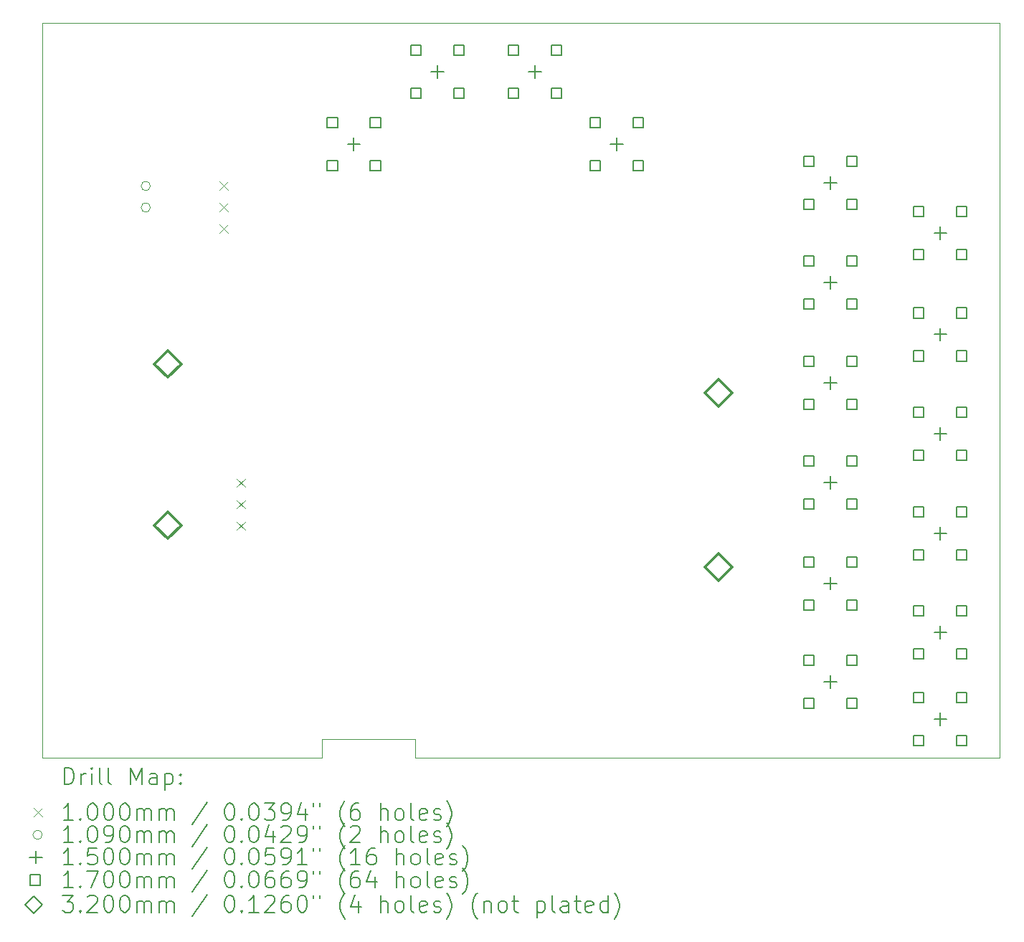
<source format=gbr>
%TF.GenerationSoftware,KiCad,Pcbnew,7.0.5*%
%TF.CreationDate,2024-04-11T17:45:58-04:00*%
%TF.ProjectId,PrawnDO_Breakout_Connectorized_sma_in_board,50726177-6e44-44f5-9f42-7265616b6f75,rev?*%
%TF.SameCoordinates,Original*%
%TF.FileFunction,Drillmap*%
%TF.FilePolarity,Positive*%
%FSLAX45Y45*%
G04 Gerber Fmt 4.5, Leading zero omitted, Abs format (unit mm)*
G04 Created by KiCad (PCBNEW 7.0.5) date 2024-04-11 17:45:58*
%MOMM*%
%LPD*%
G01*
G04 APERTURE LIST*
%ADD10C,0.100000*%
%ADD11C,0.200000*%
%ADD12C,0.109000*%
%ADD13C,0.150000*%
%ADD14C,0.170000*%
%ADD15C,0.320000*%
G04 APERTURE END LIST*
D10*
X7190000Y-14100000D02*
X7190000Y-5420000D01*
X11590000Y-13880000D02*
X10490000Y-13880000D01*
X11590000Y-14100000D02*
X11590000Y-13880000D01*
X7190000Y-14100000D02*
X10490000Y-14100000D01*
X18490000Y-5420000D02*
X7190000Y-5420000D01*
X18490000Y-14100000D02*
X18490000Y-5420000D01*
X11590000Y-14100000D02*
X18490000Y-14100000D01*
X10490000Y-13880000D02*
X10490000Y-14100000D01*
D11*
D10*
X9277150Y-7296000D02*
X9377150Y-7396000D01*
X9377150Y-7296000D02*
X9277150Y-7396000D01*
X9277150Y-7550000D02*
X9377150Y-7650000D01*
X9377150Y-7550000D02*
X9277150Y-7650000D01*
X9277150Y-7804000D02*
X9377150Y-7904000D01*
X9377150Y-7804000D02*
X9277150Y-7904000D01*
X9485000Y-10802000D02*
X9585000Y-10902000D01*
X9585000Y-10802000D02*
X9485000Y-10902000D01*
X9485000Y-11056000D02*
X9585000Y-11156000D01*
X9585000Y-11056000D02*
X9485000Y-11156000D01*
X9485000Y-11310000D02*
X9585000Y-11410000D01*
X9585000Y-11310000D02*
X9485000Y-11410000D01*
D12*
X8462400Y-7346700D02*
G75*
G03*
X8462400Y-7346700I-54500J0D01*
G01*
X8462400Y-7600700D02*
G75*
G03*
X8462400Y-7600700I-54500J0D01*
G01*
D13*
X10865000Y-6775000D02*
X10865000Y-6925000D01*
X10790000Y-6850000D02*
X10940000Y-6850000D01*
X11850000Y-5925000D02*
X11850000Y-6075000D01*
X11775000Y-6000000D02*
X11925000Y-6000000D01*
X13001000Y-5925000D02*
X13001000Y-6075000D01*
X12926000Y-6000000D02*
X13076000Y-6000000D01*
X13970600Y-6775000D02*
X13970600Y-6925000D01*
X13895600Y-6850000D02*
X14045600Y-6850000D01*
X16490000Y-7237100D02*
X16490000Y-7387100D01*
X16415000Y-7312100D02*
X16565000Y-7312100D01*
X16490000Y-8410100D02*
X16490000Y-8560100D01*
X16415000Y-8485100D02*
X16565000Y-8485100D01*
X16490000Y-9595000D02*
X16490000Y-9745000D01*
X16415000Y-9670000D02*
X16565000Y-9670000D01*
X16490000Y-10775000D02*
X16490000Y-10925000D01*
X16415000Y-10850000D02*
X16565000Y-10850000D01*
X16490000Y-11964000D02*
X16490000Y-12114000D01*
X16415000Y-12039000D02*
X16565000Y-12039000D01*
X16490000Y-13125000D02*
X16490000Y-13275000D01*
X16415000Y-13200000D02*
X16565000Y-13200000D01*
X17790000Y-7828000D02*
X17790000Y-7978000D01*
X17715000Y-7903000D02*
X17865000Y-7903000D01*
X17790000Y-9025000D02*
X17790000Y-9175000D01*
X17715000Y-9100000D02*
X17865000Y-9100000D01*
X17790000Y-10195000D02*
X17790000Y-10345000D01*
X17715000Y-10270000D02*
X17865000Y-10270000D01*
X17790000Y-11375000D02*
X17790000Y-11525000D01*
X17715000Y-11450000D02*
X17865000Y-11450000D01*
X17790000Y-12545000D02*
X17790000Y-12695000D01*
X17715000Y-12620000D02*
X17865000Y-12620000D01*
X17790000Y-13565000D02*
X17790000Y-13715000D01*
X17715000Y-13640000D02*
X17865000Y-13640000D01*
D14*
X10671105Y-6656105D02*
X10671105Y-6535895D01*
X10550895Y-6535895D01*
X10550895Y-6656105D01*
X10671105Y-6656105D01*
X10671105Y-7164105D02*
X10671105Y-7043895D01*
X10550895Y-7043895D01*
X10550895Y-7164105D01*
X10671105Y-7164105D01*
X11179105Y-6656105D02*
X11179105Y-6535895D01*
X11058895Y-6535895D01*
X11058895Y-6656105D01*
X11179105Y-6656105D01*
X11179105Y-7164105D02*
X11179105Y-7043895D01*
X11058895Y-7043895D01*
X11058895Y-7164105D01*
X11179105Y-7164105D01*
X11656105Y-5806105D02*
X11656105Y-5685895D01*
X11535895Y-5685895D01*
X11535895Y-5806105D01*
X11656105Y-5806105D01*
X11656105Y-6314105D02*
X11656105Y-6193895D01*
X11535895Y-6193895D01*
X11535895Y-6314105D01*
X11656105Y-6314105D01*
X12164105Y-5806105D02*
X12164105Y-5685895D01*
X12043895Y-5685895D01*
X12043895Y-5806105D01*
X12164105Y-5806105D01*
X12164105Y-6314105D02*
X12164105Y-6193895D01*
X12043895Y-6193895D01*
X12043895Y-6314105D01*
X12164105Y-6314105D01*
X12807105Y-5806105D02*
X12807105Y-5685895D01*
X12686895Y-5685895D01*
X12686895Y-5806105D01*
X12807105Y-5806105D01*
X12807105Y-6314105D02*
X12807105Y-6193895D01*
X12686895Y-6193895D01*
X12686895Y-6314105D01*
X12807105Y-6314105D01*
X13315105Y-5806105D02*
X13315105Y-5685895D01*
X13194895Y-5685895D01*
X13194895Y-5806105D01*
X13315105Y-5806105D01*
X13315105Y-6314105D02*
X13315105Y-6193895D01*
X13194895Y-6193895D01*
X13194895Y-6314105D01*
X13315105Y-6314105D01*
X13776705Y-6656105D02*
X13776705Y-6535895D01*
X13656495Y-6535895D01*
X13656495Y-6656105D01*
X13776705Y-6656105D01*
X13776705Y-7164105D02*
X13776705Y-7043895D01*
X13656495Y-7043895D01*
X13656495Y-7164105D01*
X13776705Y-7164105D01*
X14284705Y-6656105D02*
X14284705Y-6535895D01*
X14164495Y-6535895D01*
X14164495Y-6656105D01*
X14284705Y-6656105D01*
X14284705Y-7164105D02*
X14284705Y-7043895D01*
X14164495Y-7043895D01*
X14164495Y-7164105D01*
X14284705Y-7164105D01*
X16296105Y-7118205D02*
X16296105Y-6997995D01*
X16175895Y-6997995D01*
X16175895Y-7118205D01*
X16296105Y-7118205D01*
X16296105Y-7626205D02*
X16296105Y-7505995D01*
X16175895Y-7505995D01*
X16175895Y-7626205D01*
X16296105Y-7626205D01*
X16296105Y-8291205D02*
X16296105Y-8170995D01*
X16175895Y-8170995D01*
X16175895Y-8291205D01*
X16296105Y-8291205D01*
X16296105Y-8799205D02*
X16296105Y-8678995D01*
X16175895Y-8678995D01*
X16175895Y-8799205D01*
X16296105Y-8799205D01*
X16296105Y-9476105D02*
X16296105Y-9355895D01*
X16175895Y-9355895D01*
X16175895Y-9476105D01*
X16296105Y-9476105D01*
X16296105Y-9984105D02*
X16296105Y-9863895D01*
X16175895Y-9863895D01*
X16175895Y-9984105D01*
X16296105Y-9984105D01*
X16296105Y-10656105D02*
X16296105Y-10535895D01*
X16175895Y-10535895D01*
X16175895Y-10656105D01*
X16296105Y-10656105D01*
X16296105Y-11164105D02*
X16296105Y-11043895D01*
X16175895Y-11043895D01*
X16175895Y-11164105D01*
X16296105Y-11164105D01*
X16296105Y-11845105D02*
X16296105Y-11724895D01*
X16175895Y-11724895D01*
X16175895Y-11845105D01*
X16296105Y-11845105D01*
X16296105Y-12353105D02*
X16296105Y-12232895D01*
X16175895Y-12232895D01*
X16175895Y-12353105D01*
X16296105Y-12353105D01*
X16296105Y-13006105D02*
X16296105Y-12885895D01*
X16175895Y-12885895D01*
X16175895Y-13006105D01*
X16296105Y-13006105D01*
X16296105Y-13514105D02*
X16296105Y-13393895D01*
X16175895Y-13393895D01*
X16175895Y-13514105D01*
X16296105Y-13514105D01*
X16804105Y-7118205D02*
X16804105Y-6997995D01*
X16683895Y-6997995D01*
X16683895Y-7118205D01*
X16804105Y-7118205D01*
X16804105Y-7626205D02*
X16804105Y-7505995D01*
X16683895Y-7505995D01*
X16683895Y-7626205D01*
X16804105Y-7626205D01*
X16804105Y-8291205D02*
X16804105Y-8170995D01*
X16683895Y-8170995D01*
X16683895Y-8291205D01*
X16804105Y-8291205D01*
X16804105Y-8799205D02*
X16804105Y-8678995D01*
X16683895Y-8678995D01*
X16683895Y-8799205D01*
X16804105Y-8799205D01*
X16804105Y-9476105D02*
X16804105Y-9355895D01*
X16683895Y-9355895D01*
X16683895Y-9476105D01*
X16804105Y-9476105D01*
X16804105Y-9984105D02*
X16804105Y-9863895D01*
X16683895Y-9863895D01*
X16683895Y-9984105D01*
X16804105Y-9984105D01*
X16804105Y-10656105D02*
X16804105Y-10535895D01*
X16683895Y-10535895D01*
X16683895Y-10656105D01*
X16804105Y-10656105D01*
X16804105Y-11164105D02*
X16804105Y-11043895D01*
X16683895Y-11043895D01*
X16683895Y-11164105D01*
X16804105Y-11164105D01*
X16804105Y-11845105D02*
X16804105Y-11724895D01*
X16683895Y-11724895D01*
X16683895Y-11845105D01*
X16804105Y-11845105D01*
X16804105Y-12353105D02*
X16804105Y-12232895D01*
X16683895Y-12232895D01*
X16683895Y-12353105D01*
X16804105Y-12353105D01*
X16804105Y-13006105D02*
X16804105Y-12885895D01*
X16683895Y-12885895D01*
X16683895Y-13006105D01*
X16804105Y-13006105D01*
X16804105Y-13514105D02*
X16804105Y-13393895D01*
X16683895Y-13393895D01*
X16683895Y-13514105D01*
X16804105Y-13514105D01*
X17596105Y-7709105D02*
X17596105Y-7588895D01*
X17475895Y-7588895D01*
X17475895Y-7709105D01*
X17596105Y-7709105D01*
X17596105Y-8217105D02*
X17596105Y-8096895D01*
X17475895Y-8096895D01*
X17475895Y-8217105D01*
X17596105Y-8217105D01*
X17596105Y-8906105D02*
X17596105Y-8785895D01*
X17475895Y-8785895D01*
X17475895Y-8906105D01*
X17596105Y-8906105D01*
X17596105Y-9414105D02*
X17596105Y-9293895D01*
X17475895Y-9293895D01*
X17475895Y-9414105D01*
X17596105Y-9414105D01*
X17596105Y-10076105D02*
X17596105Y-9955895D01*
X17475895Y-9955895D01*
X17475895Y-10076105D01*
X17596105Y-10076105D01*
X17596105Y-10584105D02*
X17596105Y-10463895D01*
X17475895Y-10463895D01*
X17475895Y-10584105D01*
X17596105Y-10584105D01*
X17596105Y-11256105D02*
X17596105Y-11135895D01*
X17475895Y-11135895D01*
X17475895Y-11256105D01*
X17596105Y-11256105D01*
X17596105Y-11764105D02*
X17596105Y-11643895D01*
X17475895Y-11643895D01*
X17475895Y-11764105D01*
X17596105Y-11764105D01*
X17596105Y-12426105D02*
X17596105Y-12305895D01*
X17475895Y-12305895D01*
X17475895Y-12426105D01*
X17596105Y-12426105D01*
X17596105Y-12934105D02*
X17596105Y-12813895D01*
X17475895Y-12813895D01*
X17475895Y-12934105D01*
X17596105Y-12934105D01*
X17596105Y-13446105D02*
X17596105Y-13325895D01*
X17475895Y-13325895D01*
X17475895Y-13446105D01*
X17596105Y-13446105D01*
X17596105Y-13954105D02*
X17596105Y-13833895D01*
X17475895Y-13833895D01*
X17475895Y-13954105D01*
X17596105Y-13954105D01*
X18104105Y-7709105D02*
X18104105Y-7588895D01*
X17983895Y-7588895D01*
X17983895Y-7709105D01*
X18104105Y-7709105D01*
X18104105Y-8217105D02*
X18104105Y-8096895D01*
X17983895Y-8096895D01*
X17983895Y-8217105D01*
X18104105Y-8217105D01*
X18104105Y-8906105D02*
X18104105Y-8785895D01*
X17983895Y-8785895D01*
X17983895Y-8906105D01*
X18104105Y-8906105D01*
X18104105Y-9414105D02*
X18104105Y-9293895D01*
X17983895Y-9293895D01*
X17983895Y-9414105D01*
X18104105Y-9414105D01*
X18104105Y-10076105D02*
X18104105Y-9955895D01*
X17983895Y-9955895D01*
X17983895Y-10076105D01*
X18104105Y-10076105D01*
X18104105Y-10584105D02*
X18104105Y-10463895D01*
X17983895Y-10463895D01*
X17983895Y-10584105D01*
X18104105Y-10584105D01*
X18104105Y-11256105D02*
X18104105Y-11135895D01*
X17983895Y-11135895D01*
X17983895Y-11256105D01*
X18104105Y-11256105D01*
X18104105Y-11764105D02*
X18104105Y-11643895D01*
X17983895Y-11643895D01*
X17983895Y-11764105D01*
X18104105Y-11764105D01*
X18104105Y-12426105D02*
X18104105Y-12305895D01*
X17983895Y-12305895D01*
X17983895Y-12426105D01*
X18104105Y-12426105D01*
X18104105Y-12934105D02*
X18104105Y-12813895D01*
X17983895Y-12813895D01*
X17983895Y-12934105D01*
X18104105Y-12934105D01*
X18104105Y-13446105D02*
X18104105Y-13325895D01*
X17983895Y-13325895D01*
X17983895Y-13446105D01*
X18104105Y-13446105D01*
X18104105Y-13954105D02*
X18104105Y-13833895D01*
X17983895Y-13833895D01*
X17983895Y-13954105D01*
X18104105Y-13954105D01*
D15*
X8669990Y-9607500D02*
X8829990Y-9447500D01*
X8669990Y-9287500D01*
X8509990Y-9447500D01*
X8669990Y-9607500D01*
X8669990Y-11512500D02*
X8829990Y-11352500D01*
X8669990Y-11192500D01*
X8509990Y-11352500D01*
X8669990Y-11512500D01*
X15170000Y-9948600D02*
X15330000Y-9788600D01*
X15170000Y-9628600D01*
X15010000Y-9788600D01*
X15170000Y-9948600D01*
X15170000Y-12008600D02*
X15330000Y-11848600D01*
X15170000Y-11688600D01*
X15010000Y-11848600D01*
X15170000Y-12008600D01*
D11*
X7445777Y-14416484D02*
X7445777Y-14216484D01*
X7445777Y-14216484D02*
X7493396Y-14216484D01*
X7493396Y-14216484D02*
X7521967Y-14226008D01*
X7521967Y-14226008D02*
X7541015Y-14245055D01*
X7541015Y-14245055D02*
X7550539Y-14264103D01*
X7550539Y-14264103D02*
X7560062Y-14302198D01*
X7560062Y-14302198D02*
X7560062Y-14330769D01*
X7560062Y-14330769D02*
X7550539Y-14368865D01*
X7550539Y-14368865D02*
X7541015Y-14387912D01*
X7541015Y-14387912D02*
X7521967Y-14406960D01*
X7521967Y-14406960D02*
X7493396Y-14416484D01*
X7493396Y-14416484D02*
X7445777Y-14416484D01*
X7645777Y-14416484D02*
X7645777Y-14283150D01*
X7645777Y-14321246D02*
X7655301Y-14302198D01*
X7655301Y-14302198D02*
X7664824Y-14292674D01*
X7664824Y-14292674D02*
X7683872Y-14283150D01*
X7683872Y-14283150D02*
X7702920Y-14283150D01*
X7769586Y-14416484D02*
X7769586Y-14283150D01*
X7769586Y-14216484D02*
X7760062Y-14226008D01*
X7760062Y-14226008D02*
X7769586Y-14235531D01*
X7769586Y-14235531D02*
X7779110Y-14226008D01*
X7779110Y-14226008D02*
X7769586Y-14216484D01*
X7769586Y-14216484D02*
X7769586Y-14235531D01*
X7893396Y-14416484D02*
X7874348Y-14406960D01*
X7874348Y-14406960D02*
X7864824Y-14387912D01*
X7864824Y-14387912D02*
X7864824Y-14216484D01*
X7998158Y-14416484D02*
X7979110Y-14406960D01*
X7979110Y-14406960D02*
X7969586Y-14387912D01*
X7969586Y-14387912D02*
X7969586Y-14216484D01*
X8226729Y-14416484D02*
X8226729Y-14216484D01*
X8226729Y-14216484D02*
X8293396Y-14359341D01*
X8293396Y-14359341D02*
X8360062Y-14216484D01*
X8360062Y-14216484D02*
X8360062Y-14416484D01*
X8541015Y-14416484D02*
X8541015Y-14311722D01*
X8541015Y-14311722D02*
X8531491Y-14292674D01*
X8531491Y-14292674D02*
X8512444Y-14283150D01*
X8512444Y-14283150D02*
X8474348Y-14283150D01*
X8474348Y-14283150D02*
X8455301Y-14292674D01*
X8541015Y-14406960D02*
X8521967Y-14416484D01*
X8521967Y-14416484D02*
X8474348Y-14416484D01*
X8474348Y-14416484D02*
X8455301Y-14406960D01*
X8455301Y-14406960D02*
X8445777Y-14387912D01*
X8445777Y-14387912D02*
X8445777Y-14368865D01*
X8445777Y-14368865D02*
X8455301Y-14349817D01*
X8455301Y-14349817D02*
X8474348Y-14340293D01*
X8474348Y-14340293D02*
X8521967Y-14340293D01*
X8521967Y-14340293D02*
X8541015Y-14330769D01*
X8636253Y-14283150D02*
X8636253Y-14483150D01*
X8636253Y-14292674D02*
X8655301Y-14283150D01*
X8655301Y-14283150D02*
X8693396Y-14283150D01*
X8693396Y-14283150D02*
X8712444Y-14292674D01*
X8712444Y-14292674D02*
X8721967Y-14302198D01*
X8721967Y-14302198D02*
X8731491Y-14321246D01*
X8731491Y-14321246D02*
X8731491Y-14378388D01*
X8731491Y-14378388D02*
X8721967Y-14397436D01*
X8721967Y-14397436D02*
X8712444Y-14406960D01*
X8712444Y-14406960D02*
X8693396Y-14416484D01*
X8693396Y-14416484D02*
X8655301Y-14416484D01*
X8655301Y-14416484D02*
X8636253Y-14406960D01*
X8817205Y-14397436D02*
X8826729Y-14406960D01*
X8826729Y-14406960D02*
X8817205Y-14416484D01*
X8817205Y-14416484D02*
X8807682Y-14406960D01*
X8807682Y-14406960D02*
X8817205Y-14397436D01*
X8817205Y-14397436D02*
X8817205Y-14416484D01*
X8817205Y-14292674D02*
X8826729Y-14302198D01*
X8826729Y-14302198D02*
X8817205Y-14311722D01*
X8817205Y-14311722D02*
X8807682Y-14302198D01*
X8807682Y-14302198D02*
X8817205Y-14292674D01*
X8817205Y-14292674D02*
X8817205Y-14311722D01*
D10*
X7085000Y-14695000D02*
X7185000Y-14795000D01*
X7185000Y-14695000D02*
X7085000Y-14795000D01*
D11*
X7550539Y-14836484D02*
X7436253Y-14836484D01*
X7493396Y-14836484D02*
X7493396Y-14636484D01*
X7493396Y-14636484D02*
X7474348Y-14665055D01*
X7474348Y-14665055D02*
X7455301Y-14684103D01*
X7455301Y-14684103D02*
X7436253Y-14693627D01*
X7636253Y-14817436D02*
X7645777Y-14826960D01*
X7645777Y-14826960D02*
X7636253Y-14836484D01*
X7636253Y-14836484D02*
X7626729Y-14826960D01*
X7626729Y-14826960D02*
X7636253Y-14817436D01*
X7636253Y-14817436D02*
X7636253Y-14836484D01*
X7769586Y-14636484D02*
X7788634Y-14636484D01*
X7788634Y-14636484D02*
X7807682Y-14646008D01*
X7807682Y-14646008D02*
X7817205Y-14655531D01*
X7817205Y-14655531D02*
X7826729Y-14674579D01*
X7826729Y-14674579D02*
X7836253Y-14712674D01*
X7836253Y-14712674D02*
X7836253Y-14760293D01*
X7836253Y-14760293D02*
X7826729Y-14798388D01*
X7826729Y-14798388D02*
X7817205Y-14817436D01*
X7817205Y-14817436D02*
X7807682Y-14826960D01*
X7807682Y-14826960D02*
X7788634Y-14836484D01*
X7788634Y-14836484D02*
X7769586Y-14836484D01*
X7769586Y-14836484D02*
X7750539Y-14826960D01*
X7750539Y-14826960D02*
X7741015Y-14817436D01*
X7741015Y-14817436D02*
X7731491Y-14798388D01*
X7731491Y-14798388D02*
X7721967Y-14760293D01*
X7721967Y-14760293D02*
X7721967Y-14712674D01*
X7721967Y-14712674D02*
X7731491Y-14674579D01*
X7731491Y-14674579D02*
X7741015Y-14655531D01*
X7741015Y-14655531D02*
X7750539Y-14646008D01*
X7750539Y-14646008D02*
X7769586Y-14636484D01*
X7960062Y-14636484D02*
X7979110Y-14636484D01*
X7979110Y-14636484D02*
X7998158Y-14646008D01*
X7998158Y-14646008D02*
X8007682Y-14655531D01*
X8007682Y-14655531D02*
X8017205Y-14674579D01*
X8017205Y-14674579D02*
X8026729Y-14712674D01*
X8026729Y-14712674D02*
X8026729Y-14760293D01*
X8026729Y-14760293D02*
X8017205Y-14798388D01*
X8017205Y-14798388D02*
X8007682Y-14817436D01*
X8007682Y-14817436D02*
X7998158Y-14826960D01*
X7998158Y-14826960D02*
X7979110Y-14836484D01*
X7979110Y-14836484D02*
X7960062Y-14836484D01*
X7960062Y-14836484D02*
X7941015Y-14826960D01*
X7941015Y-14826960D02*
X7931491Y-14817436D01*
X7931491Y-14817436D02*
X7921967Y-14798388D01*
X7921967Y-14798388D02*
X7912443Y-14760293D01*
X7912443Y-14760293D02*
X7912443Y-14712674D01*
X7912443Y-14712674D02*
X7921967Y-14674579D01*
X7921967Y-14674579D02*
X7931491Y-14655531D01*
X7931491Y-14655531D02*
X7941015Y-14646008D01*
X7941015Y-14646008D02*
X7960062Y-14636484D01*
X8150539Y-14636484D02*
X8169586Y-14636484D01*
X8169586Y-14636484D02*
X8188634Y-14646008D01*
X8188634Y-14646008D02*
X8198158Y-14655531D01*
X8198158Y-14655531D02*
X8207682Y-14674579D01*
X8207682Y-14674579D02*
X8217205Y-14712674D01*
X8217205Y-14712674D02*
X8217205Y-14760293D01*
X8217205Y-14760293D02*
X8207682Y-14798388D01*
X8207682Y-14798388D02*
X8198158Y-14817436D01*
X8198158Y-14817436D02*
X8188634Y-14826960D01*
X8188634Y-14826960D02*
X8169586Y-14836484D01*
X8169586Y-14836484D02*
X8150539Y-14836484D01*
X8150539Y-14836484D02*
X8131491Y-14826960D01*
X8131491Y-14826960D02*
X8121967Y-14817436D01*
X8121967Y-14817436D02*
X8112443Y-14798388D01*
X8112443Y-14798388D02*
X8102920Y-14760293D01*
X8102920Y-14760293D02*
X8102920Y-14712674D01*
X8102920Y-14712674D02*
X8112443Y-14674579D01*
X8112443Y-14674579D02*
X8121967Y-14655531D01*
X8121967Y-14655531D02*
X8131491Y-14646008D01*
X8131491Y-14646008D02*
X8150539Y-14636484D01*
X8302920Y-14836484D02*
X8302920Y-14703150D01*
X8302920Y-14722198D02*
X8312443Y-14712674D01*
X8312443Y-14712674D02*
X8331491Y-14703150D01*
X8331491Y-14703150D02*
X8360063Y-14703150D01*
X8360063Y-14703150D02*
X8379110Y-14712674D01*
X8379110Y-14712674D02*
X8388634Y-14731722D01*
X8388634Y-14731722D02*
X8388634Y-14836484D01*
X8388634Y-14731722D02*
X8398158Y-14712674D01*
X8398158Y-14712674D02*
X8417205Y-14703150D01*
X8417205Y-14703150D02*
X8445777Y-14703150D01*
X8445777Y-14703150D02*
X8464825Y-14712674D01*
X8464825Y-14712674D02*
X8474348Y-14731722D01*
X8474348Y-14731722D02*
X8474348Y-14836484D01*
X8569586Y-14836484D02*
X8569586Y-14703150D01*
X8569586Y-14722198D02*
X8579110Y-14712674D01*
X8579110Y-14712674D02*
X8598158Y-14703150D01*
X8598158Y-14703150D02*
X8626729Y-14703150D01*
X8626729Y-14703150D02*
X8645777Y-14712674D01*
X8645777Y-14712674D02*
X8655301Y-14731722D01*
X8655301Y-14731722D02*
X8655301Y-14836484D01*
X8655301Y-14731722D02*
X8664825Y-14712674D01*
X8664825Y-14712674D02*
X8683872Y-14703150D01*
X8683872Y-14703150D02*
X8712444Y-14703150D01*
X8712444Y-14703150D02*
X8731491Y-14712674D01*
X8731491Y-14712674D02*
X8741015Y-14731722D01*
X8741015Y-14731722D02*
X8741015Y-14836484D01*
X9131491Y-14626960D02*
X8960063Y-14884103D01*
X9388634Y-14636484D02*
X9407682Y-14636484D01*
X9407682Y-14636484D02*
X9426729Y-14646008D01*
X9426729Y-14646008D02*
X9436253Y-14655531D01*
X9436253Y-14655531D02*
X9445777Y-14674579D01*
X9445777Y-14674579D02*
X9455301Y-14712674D01*
X9455301Y-14712674D02*
X9455301Y-14760293D01*
X9455301Y-14760293D02*
X9445777Y-14798388D01*
X9445777Y-14798388D02*
X9436253Y-14817436D01*
X9436253Y-14817436D02*
X9426729Y-14826960D01*
X9426729Y-14826960D02*
X9407682Y-14836484D01*
X9407682Y-14836484D02*
X9388634Y-14836484D01*
X9388634Y-14836484D02*
X9369587Y-14826960D01*
X9369587Y-14826960D02*
X9360063Y-14817436D01*
X9360063Y-14817436D02*
X9350539Y-14798388D01*
X9350539Y-14798388D02*
X9341015Y-14760293D01*
X9341015Y-14760293D02*
X9341015Y-14712674D01*
X9341015Y-14712674D02*
X9350539Y-14674579D01*
X9350539Y-14674579D02*
X9360063Y-14655531D01*
X9360063Y-14655531D02*
X9369587Y-14646008D01*
X9369587Y-14646008D02*
X9388634Y-14636484D01*
X9541015Y-14817436D02*
X9550539Y-14826960D01*
X9550539Y-14826960D02*
X9541015Y-14836484D01*
X9541015Y-14836484D02*
X9531491Y-14826960D01*
X9531491Y-14826960D02*
X9541015Y-14817436D01*
X9541015Y-14817436D02*
X9541015Y-14836484D01*
X9674348Y-14636484D02*
X9693396Y-14636484D01*
X9693396Y-14636484D02*
X9712444Y-14646008D01*
X9712444Y-14646008D02*
X9721968Y-14655531D01*
X9721968Y-14655531D02*
X9731491Y-14674579D01*
X9731491Y-14674579D02*
X9741015Y-14712674D01*
X9741015Y-14712674D02*
X9741015Y-14760293D01*
X9741015Y-14760293D02*
X9731491Y-14798388D01*
X9731491Y-14798388D02*
X9721968Y-14817436D01*
X9721968Y-14817436D02*
X9712444Y-14826960D01*
X9712444Y-14826960D02*
X9693396Y-14836484D01*
X9693396Y-14836484D02*
X9674348Y-14836484D01*
X9674348Y-14836484D02*
X9655301Y-14826960D01*
X9655301Y-14826960D02*
X9645777Y-14817436D01*
X9645777Y-14817436D02*
X9636253Y-14798388D01*
X9636253Y-14798388D02*
X9626729Y-14760293D01*
X9626729Y-14760293D02*
X9626729Y-14712674D01*
X9626729Y-14712674D02*
X9636253Y-14674579D01*
X9636253Y-14674579D02*
X9645777Y-14655531D01*
X9645777Y-14655531D02*
X9655301Y-14646008D01*
X9655301Y-14646008D02*
X9674348Y-14636484D01*
X9807682Y-14636484D02*
X9931491Y-14636484D01*
X9931491Y-14636484D02*
X9864825Y-14712674D01*
X9864825Y-14712674D02*
X9893396Y-14712674D01*
X9893396Y-14712674D02*
X9912444Y-14722198D01*
X9912444Y-14722198D02*
X9921968Y-14731722D01*
X9921968Y-14731722D02*
X9931491Y-14750769D01*
X9931491Y-14750769D02*
X9931491Y-14798388D01*
X9931491Y-14798388D02*
X9921968Y-14817436D01*
X9921968Y-14817436D02*
X9912444Y-14826960D01*
X9912444Y-14826960D02*
X9893396Y-14836484D01*
X9893396Y-14836484D02*
X9836253Y-14836484D01*
X9836253Y-14836484D02*
X9817206Y-14826960D01*
X9817206Y-14826960D02*
X9807682Y-14817436D01*
X10026729Y-14836484D02*
X10064825Y-14836484D01*
X10064825Y-14836484D02*
X10083872Y-14826960D01*
X10083872Y-14826960D02*
X10093396Y-14817436D01*
X10093396Y-14817436D02*
X10112444Y-14788865D01*
X10112444Y-14788865D02*
X10121968Y-14750769D01*
X10121968Y-14750769D02*
X10121968Y-14674579D01*
X10121968Y-14674579D02*
X10112444Y-14655531D01*
X10112444Y-14655531D02*
X10102920Y-14646008D01*
X10102920Y-14646008D02*
X10083872Y-14636484D01*
X10083872Y-14636484D02*
X10045777Y-14636484D01*
X10045777Y-14636484D02*
X10026729Y-14646008D01*
X10026729Y-14646008D02*
X10017206Y-14655531D01*
X10017206Y-14655531D02*
X10007682Y-14674579D01*
X10007682Y-14674579D02*
X10007682Y-14722198D01*
X10007682Y-14722198D02*
X10017206Y-14741246D01*
X10017206Y-14741246D02*
X10026729Y-14750769D01*
X10026729Y-14750769D02*
X10045777Y-14760293D01*
X10045777Y-14760293D02*
X10083872Y-14760293D01*
X10083872Y-14760293D02*
X10102920Y-14750769D01*
X10102920Y-14750769D02*
X10112444Y-14741246D01*
X10112444Y-14741246D02*
X10121968Y-14722198D01*
X10293396Y-14703150D02*
X10293396Y-14836484D01*
X10245777Y-14626960D02*
X10198158Y-14769817D01*
X10198158Y-14769817D02*
X10321968Y-14769817D01*
X10388634Y-14636484D02*
X10388634Y-14674579D01*
X10464825Y-14636484D02*
X10464825Y-14674579D01*
X10760063Y-14912674D02*
X10750539Y-14903150D01*
X10750539Y-14903150D02*
X10731491Y-14874579D01*
X10731491Y-14874579D02*
X10721968Y-14855531D01*
X10721968Y-14855531D02*
X10712444Y-14826960D01*
X10712444Y-14826960D02*
X10702920Y-14779341D01*
X10702920Y-14779341D02*
X10702920Y-14741246D01*
X10702920Y-14741246D02*
X10712444Y-14693627D01*
X10712444Y-14693627D02*
X10721968Y-14665055D01*
X10721968Y-14665055D02*
X10731491Y-14646008D01*
X10731491Y-14646008D02*
X10750539Y-14617436D01*
X10750539Y-14617436D02*
X10760063Y-14607912D01*
X10921968Y-14636484D02*
X10883872Y-14636484D01*
X10883872Y-14636484D02*
X10864825Y-14646008D01*
X10864825Y-14646008D02*
X10855301Y-14655531D01*
X10855301Y-14655531D02*
X10836253Y-14684103D01*
X10836253Y-14684103D02*
X10826730Y-14722198D01*
X10826730Y-14722198D02*
X10826730Y-14798388D01*
X10826730Y-14798388D02*
X10836253Y-14817436D01*
X10836253Y-14817436D02*
X10845777Y-14826960D01*
X10845777Y-14826960D02*
X10864825Y-14836484D01*
X10864825Y-14836484D02*
X10902920Y-14836484D01*
X10902920Y-14836484D02*
X10921968Y-14826960D01*
X10921968Y-14826960D02*
X10931491Y-14817436D01*
X10931491Y-14817436D02*
X10941015Y-14798388D01*
X10941015Y-14798388D02*
X10941015Y-14750769D01*
X10941015Y-14750769D02*
X10931491Y-14731722D01*
X10931491Y-14731722D02*
X10921968Y-14722198D01*
X10921968Y-14722198D02*
X10902920Y-14712674D01*
X10902920Y-14712674D02*
X10864825Y-14712674D01*
X10864825Y-14712674D02*
X10845777Y-14722198D01*
X10845777Y-14722198D02*
X10836253Y-14731722D01*
X10836253Y-14731722D02*
X10826730Y-14750769D01*
X11179111Y-14836484D02*
X11179111Y-14636484D01*
X11264825Y-14836484D02*
X11264825Y-14731722D01*
X11264825Y-14731722D02*
X11255301Y-14712674D01*
X11255301Y-14712674D02*
X11236253Y-14703150D01*
X11236253Y-14703150D02*
X11207682Y-14703150D01*
X11207682Y-14703150D02*
X11188634Y-14712674D01*
X11188634Y-14712674D02*
X11179111Y-14722198D01*
X11388634Y-14836484D02*
X11369587Y-14826960D01*
X11369587Y-14826960D02*
X11360063Y-14817436D01*
X11360063Y-14817436D02*
X11350539Y-14798388D01*
X11350539Y-14798388D02*
X11350539Y-14741246D01*
X11350539Y-14741246D02*
X11360063Y-14722198D01*
X11360063Y-14722198D02*
X11369587Y-14712674D01*
X11369587Y-14712674D02*
X11388634Y-14703150D01*
X11388634Y-14703150D02*
X11417206Y-14703150D01*
X11417206Y-14703150D02*
X11436253Y-14712674D01*
X11436253Y-14712674D02*
X11445777Y-14722198D01*
X11445777Y-14722198D02*
X11455301Y-14741246D01*
X11455301Y-14741246D02*
X11455301Y-14798388D01*
X11455301Y-14798388D02*
X11445777Y-14817436D01*
X11445777Y-14817436D02*
X11436253Y-14826960D01*
X11436253Y-14826960D02*
X11417206Y-14836484D01*
X11417206Y-14836484D02*
X11388634Y-14836484D01*
X11569587Y-14836484D02*
X11550539Y-14826960D01*
X11550539Y-14826960D02*
X11541015Y-14807912D01*
X11541015Y-14807912D02*
X11541015Y-14636484D01*
X11721968Y-14826960D02*
X11702920Y-14836484D01*
X11702920Y-14836484D02*
X11664825Y-14836484D01*
X11664825Y-14836484D02*
X11645777Y-14826960D01*
X11645777Y-14826960D02*
X11636253Y-14807912D01*
X11636253Y-14807912D02*
X11636253Y-14731722D01*
X11636253Y-14731722D02*
X11645777Y-14712674D01*
X11645777Y-14712674D02*
X11664825Y-14703150D01*
X11664825Y-14703150D02*
X11702920Y-14703150D01*
X11702920Y-14703150D02*
X11721968Y-14712674D01*
X11721968Y-14712674D02*
X11731491Y-14731722D01*
X11731491Y-14731722D02*
X11731491Y-14750769D01*
X11731491Y-14750769D02*
X11636253Y-14769817D01*
X11807682Y-14826960D02*
X11826730Y-14836484D01*
X11826730Y-14836484D02*
X11864825Y-14836484D01*
X11864825Y-14836484D02*
X11883872Y-14826960D01*
X11883872Y-14826960D02*
X11893396Y-14807912D01*
X11893396Y-14807912D02*
X11893396Y-14798388D01*
X11893396Y-14798388D02*
X11883872Y-14779341D01*
X11883872Y-14779341D02*
X11864825Y-14769817D01*
X11864825Y-14769817D02*
X11836253Y-14769817D01*
X11836253Y-14769817D02*
X11817206Y-14760293D01*
X11817206Y-14760293D02*
X11807682Y-14741246D01*
X11807682Y-14741246D02*
X11807682Y-14731722D01*
X11807682Y-14731722D02*
X11817206Y-14712674D01*
X11817206Y-14712674D02*
X11836253Y-14703150D01*
X11836253Y-14703150D02*
X11864825Y-14703150D01*
X11864825Y-14703150D02*
X11883872Y-14712674D01*
X11960063Y-14912674D02*
X11969587Y-14903150D01*
X11969587Y-14903150D02*
X11988634Y-14874579D01*
X11988634Y-14874579D02*
X11998158Y-14855531D01*
X11998158Y-14855531D02*
X12007682Y-14826960D01*
X12007682Y-14826960D02*
X12017206Y-14779341D01*
X12017206Y-14779341D02*
X12017206Y-14741246D01*
X12017206Y-14741246D02*
X12007682Y-14693627D01*
X12007682Y-14693627D02*
X11998158Y-14665055D01*
X11998158Y-14665055D02*
X11988634Y-14646008D01*
X11988634Y-14646008D02*
X11969587Y-14617436D01*
X11969587Y-14617436D02*
X11960063Y-14607912D01*
D12*
X7185000Y-15009000D02*
G75*
G03*
X7185000Y-15009000I-54500J0D01*
G01*
D11*
X7550539Y-15100484D02*
X7436253Y-15100484D01*
X7493396Y-15100484D02*
X7493396Y-14900484D01*
X7493396Y-14900484D02*
X7474348Y-14929055D01*
X7474348Y-14929055D02*
X7455301Y-14948103D01*
X7455301Y-14948103D02*
X7436253Y-14957627D01*
X7636253Y-15081436D02*
X7645777Y-15090960D01*
X7645777Y-15090960D02*
X7636253Y-15100484D01*
X7636253Y-15100484D02*
X7626729Y-15090960D01*
X7626729Y-15090960D02*
X7636253Y-15081436D01*
X7636253Y-15081436D02*
X7636253Y-15100484D01*
X7769586Y-14900484D02*
X7788634Y-14900484D01*
X7788634Y-14900484D02*
X7807682Y-14910008D01*
X7807682Y-14910008D02*
X7817205Y-14919531D01*
X7817205Y-14919531D02*
X7826729Y-14938579D01*
X7826729Y-14938579D02*
X7836253Y-14976674D01*
X7836253Y-14976674D02*
X7836253Y-15024293D01*
X7836253Y-15024293D02*
X7826729Y-15062388D01*
X7826729Y-15062388D02*
X7817205Y-15081436D01*
X7817205Y-15081436D02*
X7807682Y-15090960D01*
X7807682Y-15090960D02*
X7788634Y-15100484D01*
X7788634Y-15100484D02*
X7769586Y-15100484D01*
X7769586Y-15100484D02*
X7750539Y-15090960D01*
X7750539Y-15090960D02*
X7741015Y-15081436D01*
X7741015Y-15081436D02*
X7731491Y-15062388D01*
X7731491Y-15062388D02*
X7721967Y-15024293D01*
X7721967Y-15024293D02*
X7721967Y-14976674D01*
X7721967Y-14976674D02*
X7731491Y-14938579D01*
X7731491Y-14938579D02*
X7741015Y-14919531D01*
X7741015Y-14919531D02*
X7750539Y-14910008D01*
X7750539Y-14910008D02*
X7769586Y-14900484D01*
X7931491Y-15100484D02*
X7969586Y-15100484D01*
X7969586Y-15100484D02*
X7988634Y-15090960D01*
X7988634Y-15090960D02*
X7998158Y-15081436D01*
X7998158Y-15081436D02*
X8017205Y-15052865D01*
X8017205Y-15052865D02*
X8026729Y-15014769D01*
X8026729Y-15014769D02*
X8026729Y-14938579D01*
X8026729Y-14938579D02*
X8017205Y-14919531D01*
X8017205Y-14919531D02*
X8007682Y-14910008D01*
X8007682Y-14910008D02*
X7988634Y-14900484D01*
X7988634Y-14900484D02*
X7950539Y-14900484D01*
X7950539Y-14900484D02*
X7931491Y-14910008D01*
X7931491Y-14910008D02*
X7921967Y-14919531D01*
X7921967Y-14919531D02*
X7912443Y-14938579D01*
X7912443Y-14938579D02*
X7912443Y-14986198D01*
X7912443Y-14986198D02*
X7921967Y-15005246D01*
X7921967Y-15005246D02*
X7931491Y-15014769D01*
X7931491Y-15014769D02*
X7950539Y-15024293D01*
X7950539Y-15024293D02*
X7988634Y-15024293D01*
X7988634Y-15024293D02*
X8007682Y-15014769D01*
X8007682Y-15014769D02*
X8017205Y-15005246D01*
X8017205Y-15005246D02*
X8026729Y-14986198D01*
X8150539Y-14900484D02*
X8169586Y-14900484D01*
X8169586Y-14900484D02*
X8188634Y-14910008D01*
X8188634Y-14910008D02*
X8198158Y-14919531D01*
X8198158Y-14919531D02*
X8207682Y-14938579D01*
X8207682Y-14938579D02*
X8217205Y-14976674D01*
X8217205Y-14976674D02*
X8217205Y-15024293D01*
X8217205Y-15024293D02*
X8207682Y-15062388D01*
X8207682Y-15062388D02*
X8198158Y-15081436D01*
X8198158Y-15081436D02*
X8188634Y-15090960D01*
X8188634Y-15090960D02*
X8169586Y-15100484D01*
X8169586Y-15100484D02*
X8150539Y-15100484D01*
X8150539Y-15100484D02*
X8131491Y-15090960D01*
X8131491Y-15090960D02*
X8121967Y-15081436D01*
X8121967Y-15081436D02*
X8112443Y-15062388D01*
X8112443Y-15062388D02*
X8102920Y-15024293D01*
X8102920Y-15024293D02*
X8102920Y-14976674D01*
X8102920Y-14976674D02*
X8112443Y-14938579D01*
X8112443Y-14938579D02*
X8121967Y-14919531D01*
X8121967Y-14919531D02*
X8131491Y-14910008D01*
X8131491Y-14910008D02*
X8150539Y-14900484D01*
X8302920Y-15100484D02*
X8302920Y-14967150D01*
X8302920Y-14986198D02*
X8312443Y-14976674D01*
X8312443Y-14976674D02*
X8331491Y-14967150D01*
X8331491Y-14967150D02*
X8360063Y-14967150D01*
X8360063Y-14967150D02*
X8379110Y-14976674D01*
X8379110Y-14976674D02*
X8388634Y-14995722D01*
X8388634Y-14995722D02*
X8388634Y-15100484D01*
X8388634Y-14995722D02*
X8398158Y-14976674D01*
X8398158Y-14976674D02*
X8417205Y-14967150D01*
X8417205Y-14967150D02*
X8445777Y-14967150D01*
X8445777Y-14967150D02*
X8464825Y-14976674D01*
X8464825Y-14976674D02*
X8474348Y-14995722D01*
X8474348Y-14995722D02*
X8474348Y-15100484D01*
X8569586Y-15100484D02*
X8569586Y-14967150D01*
X8569586Y-14986198D02*
X8579110Y-14976674D01*
X8579110Y-14976674D02*
X8598158Y-14967150D01*
X8598158Y-14967150D02*
X8626729Y-14967150D01*
X8626729Y-14967150D02*
X8645777Y-14976674D01*
X8645777Y-14976674D02*
X8655301Y-14995722D01*
X8655301Y-14995722D02*
X8655301Y-15100484D01*
X8655301Y-14995722D02*
X8664825Y-14976674D01*
X8664825Y-14976674D02*
X8683872Y-14967150D01*
X8683872Y-14967150D02*
X8712444Y-14967150D01*
X8712444Y-14967150D02*
X8731491Y-14976674D01*
X8731491Y-14976674D02*
X8741015Y-14995722D01*
X8741015Y-14995722D02*
X8741015Y-15100484D01*
X9131491Y-14890960D02*
X8960063Y-15148103D01*
X9388634Y-14900484D02*
X9407682Y-14900484D01*
X9407682Y-14900484D02*
X9426729Y-14910008D01*
X9426729Y-14910008D02*
X9436253Y-14919531D01*
X9436253Y-14919531D02*
X9445777Y-14938579D01*
X9445777Y-14938579D02*
X9455301Y-14976674D01*
X9455301Y-14976674D02*
X9455301Y-15024293D01*
X9455301Y-15024293D02*
X9445777Y-15062388D01*
X9445777Y-15062388D02*
X9436253Y-15081436D01*
X9436253Y-15081436D02*
X9426729Y-15090960D01*
X9426729Y-15090960D02*
X9407682Y-15100484D01*
X9407682Y-15100484D02*
X9388634Y-15100484D01*
X9388634Y-15100484D02*
X9369587Y-15090960D01*
X9369587Y-15090960D02*
X9360063Y-15081436D01*
X9360063Y-15081436D02*
X9350539Y-15062388D01*
X9350539Y-15062388D02*
X9341015Y-15024293D01*
X9341015Y-15024293D02*
X9341015Y-14976674D01*
X9341015Y-14976674D02*
X9350539Y-14938579D01*
X9350539Y-14938579D02*
X9360063Y-14919531D01*
X9360063Y-14919531D02*
X9369587Y-14910008D01*
X9369587Y-14910008D02*
X9388634Y-14900484D01*
X9541015Y-15081436D02*
X9550539Y-15090960D01*
X9550539Y-15090960D02*
X9541015Y-15100484D01*
X9541015Y-15100484D02*
X9531491Y-15090960D01*
X9531491Y-15090960D02*
X9541015Y-15081436D01*
X9541015Y-15081436D02*
X9541015Y-15100484D01*
X9674348Y-14900484D02*
X9693396Y-14900484D01*
X9693396Y-14900484D02*
X9712444Y-14910008D01*
X9712444Y-14910008D02*
X9721968Y-14919531D01*
X9721968Y-14919531D02*
X9731491Y-14938579D01*
X9731491Y-14938579D02*
X9741015Y-14976674D01*
X9741015Y-14976674D02*
X9741015Y-15024293D01*
X9741015Y-15024293D02*
X9731491Y-15062388D01*
X9731491Y-15062388D02*
X9721968Y-15081436D01*
X9721968Y-15081436D02*
X9712444Y-15090960D01*
X9712444Y-15090960D02*
X9693396Y-15100484D01*
X9693396Y-15100484D02*
X9674348Y-15100484D01*
X9674348Y-15100484D02*
X9655301Y-15090960D01*
X9655301Y-15090960D02*
X9645777Y-15081436D01*
X9645777Y-15081436D02*
X9636253Y-15062388D01*
X9636253Y-15062388D02*
X9626729Y-15024293D01*
X9626729Y-15024293D02*
X9626729Y-14976674D01*
X9626729Y-14976674D02*
X9636253Y-14938579D01*
X9636253Y-14938579D02*
X9645777Y-14919531D01*
X9645777Y-14919531D02*
X9655301Y-14910008D01*
X9655301Y-14910008D02*
X9674348Y-14900484D01*
X9912444Y-14967150D02*
X9912444Y-15100484D01*
X9864825Y-14890960D02*
X9817206Y-15033817D01*
X9817206Y-15033817D02*
X9941015Y-15033817D01*
X10007682Y-14919531D02*
X10017206Y-14910008D01*
X10017206Y-14910008D02*
X10036253Y-14900484D01*
X10036253Y-14900484D02*
X10083872Y-14900484D01*
X10083872Y-14900484D02*
X10102920Y-14910008D01*
X10102920Y-14910008D02*
X10112444Y-14919531D01*
X10112444Y-14919531D02*
X10121968Y-14938579D01*
X10121968Y-14938579D02*
X10121968Y-14957627D01*
X10121968Y-14957627D02*
X10112444Y-14986198D01*
X10112444Y-14986198D02*
X9998158Y-15100484D01*
X9998158Y-15100484D02*
X10121968Y-15100484D01*
X10217206Y-15100484D02*
X10255301Y-15100484D01*
X10255301Y-15100484D02*
X10274349Y-15090960D01*
X10274349Y-15090960D02*
X10283872Y-15081436D01*
X10283872Y-15081436D02*
X10302920Y-15052865D01*
X10302920Y-15052865D02*
X10312444Y-15014769D01*
X10312444Y-15014769D02*
X10312444Y-14938579D01*
X10312444Y-14938579D02*
X10302920Y-14919531D01*
X10302920Y-14919531D02*
X10293396Y-14910008D01*
X10293396Y-14910008D02*
X10274349Y-14900484D01*
X10274349Y-14900484D02*
X10236253Y-14900484D01*
X10236253Y-14900484D02*
X10217206Y-14910008D01*
X10217206Y-14910008D02*
X10207682Y-14919531D01*
X10207682Y-14919531D02*
X10198158Y-14938579D01*
X10198158Y-14938579D02*
X10198158Y-14986198D01*
X10198158Y-14986198D02*
X10207682Y-15005246D01*
X10207682Y-15005246D02*
X10217206Y-15014769D01*
X10217206Y-15014769D02*
X10236253Y-15024293D01*
X10236253Y-15024293D02*
X10274349Y-15024293D01*
X10274349Y-15024293D02*
X10293396Y-15014769D01*
X10293396Y-15014769D02*
X10302920Y-15005246D01*
X10302920Y-15005246D02*
X10312444Y-14986198D01*
X10388634Y-14900484D02*
X10388634Y-14938579D01*
X10464825Y-14900484D02*
X10464825Y-14938579D01*
X10760063Y-15176674D02*
X10750539Y-15167150D01*
X10750539Y-15167150D02*
X10731491Y-15138579D01*
X10731491Y-15138579D02*
X10721968Y-15119531D01*
X10721968Y-15119531D02*
X10712444Y-15090960D01*
X10712444Y-15090960D02*
X10702920Y-15043341D01*
X10702920Y-15043341D02*
X10702920Y-15005246D01*
X10702920Y-15005246D02*
X10712444Y-14957627D01*
X10712444Y-14957627D02*
X10721968Y-14929055D01*
X10721968Y-14929055D02*
X10731491Y-14910008D01*
X10731491Y-14910008D02*
X10750539Y-14881436D01*
X10750539Y-14881436D02*
X10760063Y-14871912D01*
X10826730Y-14919531D02*
X10836253Y-14910008D01*
X10836253Y-14910008D02*
X10855301Y-14900484D01*
X10855301Y-14900484D02*
X10902920Y-14900484D01*
X10902920Y-14900484D02*
X10921968Y-14910008D01*
X10921968Y-14910008D02*
X10931491Y-14919531D01*
X10931491Y-14919531D02*
X10941015Y-14938579D01*
X10941015Y-14938579D02*
X10941015Y-14957627D01*
X10941015Y-14957627D02*
X10931491Y-14986198D01*
X10931491Y-14986198D02*
X10817206Y-15100484D01*
X10817206Y-15100484D02*
X10941015Y-15100484D01*
X11179111Y-15100484D02*
X11179111Y-14900484D01*
X11264825Y-15100484D02*
X11264825Y-14995722D01*
X11264825Y-14995722D02*
X11255301Y-14976674D01*
X11255301Y-14976674D02*
X11236253Y-14967150D01*
X11236253Y-14967150D02*
X11207682Y-14967150D01*
X11207682Y-14967150D02*
X11188634Y-14976674D01*
X11188634Y-14976674D02*
X11179111Y-14986198D01*
X11388634Y-15100484D02*
X11369587Y-15090960D01*
X11369587Y-15090960D02*
X11360063Y-15081436D01*
X11360063Y-15081436D02*
X11350539Y-15062388D01*
X11350539Y-15062388D02*
X11350539Y-15005246D01*
X11350539Y-15005246D02*
X11360063Y-14986198D01*
X11360063Y-14986198D02*
X11369587Y-14976674D01*
X11369587Y-14976674D02*
X11388634Y-14967150D01*
X11388634Y-14967150D02*
X11417206Y-14967150D01*
X11417206Y-14967150D02*
X11436253Y-14976674D01*
X11436253Y-14976674D02*
X11445777Y-14986198D01*
X11445777Y-14986198D02*
X11455301Y-15005246D01*
X11455301Y-15005246D02*
X11455301Y-15062388D01*
X11455301Y-15062388D02*
X11445777Y-15081436D01*
X11445777Y-15081436D02*
X11436253Y-15090960D01*
X11436253Y-15090960D02*
X11417206Y-15100484D01*
X11417206Y-15100484D02*
X11388634Y-15100484D01*
X11569587Y-15100484D02*
X11550539Y-15090960D01*
X11550539Y-15090960D02*
X11541015Y-15071912D01*
X11541015Y-15071912D02*
X11541015Y-14900484D01*
X11721968Y-15090960D02*
X11702920Y-15100484D01*
X11702920Y-15100484D02*
X11664825Y-15100484D01*
X11664825Y-15100484D02*
X11645777Y-15090960D01*
X11645777Y-15090960D02*
X11636253Y-15071912D01*
X11636253Y-15071912D02*
X11636253Y-14995722D01*
X11636253Y-14995722D02*
X11645777Y-14976674D01*
X11645777Y-14976674D02*
X11664825Y-14967150D01*
X11664825Y-14967150D02*
X11702920Y-14967150D01*
X11702920Y-14967150D02*
X11721968Y-14976674D01*
X11721968Y-14976674D02*
X11731491Y-14995722D01*
X11731491Y-14995722D02*
X11731491Y-15014769D01*
X11731491Y-15014769D02*
X11636253Y-15033817D01*
X11807682Y-15090960D02*
X11826730Y-15100484D01*
X11826730Y-15100484D02*
X11864825Y-15100484D01*
X11864825Y-15100484D02*
X11883872Y-15090960D01*
X11883872Y-15090960D02*
X11893396Y-15071912D01*
X11893396Y-15071912D02*
X11893396Y-15062388D01*
X11893396Y-15062388D02*
X11883872Y-15043341D01*
X11883872Y-15043341D02*
X11864825Y-15033817D01*
X11864825Y-15033817D02*
X11836253Y-15033817D01*
X11836253Y-15033817D02*
X11817206Y-15024293D01*
X11817206Y-15024293D02*
X11807682Y-15005246D01*
X11807682Y-15005246D02*
X11807682Y-14995722D01*
X11807682Y-14995722D02*
X11817206Y-14976674D01*
X11817206Y-14976674D02*
X11836253Y-14967150D01*
X11836253Y-14967150D02*
X11864825Y-14967150D01*
X11864825Y-14967150D02*
X11883872Y-14976674D01*
X11960063Y-15176674D02*
X11969587Y-15167150D01*
X11969587Y-15167150D02*
X11988634Y-15138579D01*
X11988634Y-15138579D02*
X11998158Y-15119531D01*
X11998158Y-15119531D02*
X12007682Y-15090960D01*
X12007682Y-15090960D02*
X12017206Y-15043341D01*
X12017206Y-15043341D02*
X12017206Y-15005246D01*
X12017206Y-15005246D02*
X12007682Y-14957627D01*
X12007682Y-14957627D02*
X11998158Y-14929055D01*
X11998158Y-14929055D02*
X11988634Y-14910008D01*
X11988634Y-14910008D02*
X11969587Y-14881436D01*
X11969587Y-14881436D02*
X11960063Y-14871912D01*
D13*
X7110000Y-15198000D02*
X7110000Y-15348000D01*
X7035000Y-15273000D02*
X7185000Y-15273000D01*
D11*
X7550539Y-15364484D02*
X7436253Y-15364484D01*
X7493396Y-15364484D02*
X7493396Y-15164484D01*
X7493396Y-15164484D02*
X7474348Y-15193055D01*
X7474348Y-15193055D02*
X7455301Y-15212103D01*
X7455301Y-15212103D02*
X7436253Y-15221627D01*
X7636253Y-15345436D02*
X7645777Y-15354960D01*
X7645777Y-15354960D02*
X7636253Y-15364484D01*
X7636253Y-15364484D02*
X7626729Y-15354960D01*
X7626729Y-15354960D02*
X7636253Y-15345436D01*
X7636253Y-15345436D02*
X7636253Y-15364484D01*
X7826729Y-15164484D02*
X7731491Y-15164484D01*
X7731491Y-15164484D02*
X7721967Y-15259722D01*
X7721967Y-15259722D02*
X7731491Y-15250198D01*
X7731491Y-15250198D02*
X7750539Y-15240674D01*
X7750539Y-15240674D02*
X7798158Y-15240674D01*
X7798158Y-15240674D02*
X7817205Y-15250198D01*
X7817205Y-15250198D02*
X7826729Y-15259722D01*
X7826729Y-15259722D02*
X7836253Y-15278769D01*
X7836253Y-15278769D02*
X7836253Y-15326388D01*
X7836253Y-15326388D02*
X7826729Y-15345436D01*
X7826729Y-15345436D02*
X7817205Y-15354960D01*
X7817205Y-15354960D02*
X7798158Y-15364484D01*
X7798158Y-15364484D02*
X7750539Y-15364484D01*
X7750539Y-15364484D02*
X7731491Y-15354960D01*
X7731491Y-15354960D02*
X7721967Y-15345436D01*
X7960062Y-15164484D02*
X7979110Y-15164484D01*
X7979110Y-15164484D02*
X7998158Y-15174008D01*
X7998158Y-15174008D02*
X8007682Y-15183531D01*
X8007682Y-15183531D02*
X8017205Y-15202579D01*
X8017205Y-15202579D02*
X8026729Y-15240674D01*
X8026729Y-15240674D02*
X8026729Y-15288293D01*
X8026729Y-15288293D02*
X8017205Y-15326388D01*
X8017205Y-15326388D02*
X8007682Y-15345436D01*
X8007682Y-15345436D02*
X7998158Y-15354960D01*
X7998158Y-15354960D02*
X7979110Y-15364484D01*
X7979110Y-15364484D02*
X7960062Y-15364484D01*
X7960062Y-15364484D02*
X7941015Y-15354960D01*
X7941015Y-15354960D02*
X7931491Y-15345436D01*
X7931491Y-15345436D02*
X7921967Y-15326388D01*
X7921967Y-15326388D02*
X7912443Y-15288293D01*
X7912443Y-15288293D02*
X7912443Y-15240674D01*
X7912443Y-15240674D02*
X7921967Y-15202579D01*
X7921967Y-15202579D02*
X7931491Y-15183531D01*
X7931491Y-15183531D02*
X7941015Y-15174008D01*
X7941015Y-15174008D02*
X7960062Y-15164484D01*
X8150539Y-15164484D02*
X8169586Y-15164484D01*
X8169586Y-15164484D02*
X8188634Y-15174008D01*
X8188634Y-15174008D02*
X8198158Y-15183531D01*
X8198158Y-15183531D02*
X8207682Y-15202579D01*
X8207682Y-15202579D02*
X8217205Y-15240674D01*
X8217205Y-15240674D02*
X8217205Y-15288293D01*
X8217205Y-15288293D02*
X8207682Y-15326388D01*
X8207682Y-15326388D02*
X8198158Y-15345436D01*
X8198158Y-15345436D02*
X8188634Y-15354960D01*
X8188634Y-15354960D02*
X8169586Y-15364484D01*
X8169586Y-15364484D02*
X8150539Y-15364484D01*
X8150539Y-15364484D02*
X8131491Y-15354960D01*
X8131491Y-15354960D02*
X8121967Y-15345436D01*
X8121967Y-15345436D02*
X8112443Y-15326388D01*
X8112443Y-15326388D02*
X8102920Y-15288293D01*
X8102920Y-15288293D02*
X8102920Y-15240674D01*
X8102920Y-15240674D02*
X8112443Y-15202579D01*
X8112443Y-15202579D02*
X8121967Y-15183531D01*
X8121967Y-15183531D02*
X8131491Y-15174008D01*
X8131491Y-15174008D02*
X8150539Y-15164484D01*
X8302920Y-15364484D02*
X8302920Y-15231150D01*
X8302920Y-15250198D02*
X8312443Y-15240674D01*
X8312443Y-15240674D02*
X8331491Y-15231150D01*
X8331491Y-15231150D02*
X8360063Y-15231150D01*
X8360063Y-15231150D02*
X8379110Y-15240674D01*
X8379110Y-15240674D02*
X8388634Y-15259722D01*
X8388634Y-15259722D02*
X8388634Y-15364484D01*
X8388634Y-15259722D02*
X8398158Y-15240674D01*
X8398158Y-15240674D02*
X8417205Y-15231150D01*
X8417205Y-15231150D02*
X8445777Y-15231150D01*
X8445777Y-15231150D02*
X8464825Y-15240674D01*
X8464825Y-15240674D02*
X8474348Y-15259722D01*
X8474348Y-15259722D02*
X8474348Y-15364484D01*
X8569586Y-15364484D02*
X8569586Y-15231150D01*
X8569586Y-15250198D02*
X8579110Y-15240674D01*
X8579110Y-15240674D02*
X8598158Y-15231150D01*
X8598158Y-15231150D02*
X8626729Y-15231150D01*
X8626729Y-15231150D02*
X8645777Y-15240674D01*
X8645777Y-15240674D02*
X8655301Y-15259722D01*
X8655301Y-15259722D02*
X8655301Y-15364484D01*
X8655301Y-15259722D02*
X8664825Y-15240674D01*
X8664825Y-15240674D02*
X8683872Y-15231150D01*
X8683872Y-15231150D02*
X8712444Y-15231150D01*
X8712444Y-15231150D02*
X8731491Y-15240674D01*
X8731491Y-15240674D02*
X8741015Y-15259722D01*
X8741015Y-15259722D02*
X8741015Y-15364484D01*
X9131491Y-15154960D02*
X8960063Y-15412103D01*
X9388634Y-15164484D02*
X9407682Y-15164484D01*
X9407682Y-15164484D02*
X9426729Y-15174008D01*
X9426729Y-15174008D02*
X9436253Y-15183531D01*
X9436253Y-15183531D02*
X9445777Y-15202579D01*
X9445777Y-15202579D02*
X9455301Y-15240674D01*
X9455301Y-15240674D02*
X9455301Y-15288293D01*
X9455301Y-15288293D02*
X9445777Y-15326388D01*
X9445777Y-15326388D02*
X9436253Y-15345436D01*
X9436253Y-15345436D02*
X9426729Y-15354960D01*
X9426729Y-15354960D02*
X9407682Y-15364484D01*
X9407682Y-15364484D02*
X9388634Y-15364484D01*
X9388634Y-15364484D02*
X9369587Y-15354960D01*
X9369587Y-15354960D02*
X9360063Y-15345436D01*
X9360063Y-15345436D02*
X9350539Y-15326388D01*
X9350539Y-15326388D02*
X9341015Y-15288293D01*
X9341015Y-15288293D02*
X9341015Y-15240674D01*
X9341015Y-15240674D02*
X9350539Y-15202579D01*
X9350539Y-15202579D02*
X9360063Y-15183531D01*
X9360063Y-15183531D02*
X9369587Y-15174008D01*
X9369587Y-15174008D02*
X9388634Y-15164484D01*
X9541015Y-15345436D02*
X9550539Y-15354960D01*
X9550539Y-15354960D02*
X9541015Y-15364484D01*
X9541015Y-15364484D02*
X9531491Y-15354960D01*
X9531491Y-15354960D02*
X9541015Y-15345436D01*
X9541015Y-15345436D02*
X9541015Y-15364484D01*
X9674348Y-15164484D02*
X9693396Y-15164484D01*
X9693396Y-15164484D02*
X9712444Y-15174008D01*
X9712444Y-15174008D02*
X9721968Y-15183531D01*
X9721968Y-15183531D02*
X9731491Y-15202579D01*
X9731491Y-15202579D02*
X9741015Y-15240674D01*
X9741015Y-15240674D02*
X9741015Y-15288293D01*
X9741015Y-15288293D02*
X9731491Y-15326388D01*
X9731491Y-15326388D02*
X9721968Y-15345436D01*
X9721968Y-15345436D02*
X9712444Y-15354960D01*
X9712444Y-15354960D02*
X9693396Y-15364484D01*
X9693396Y-15364484D02*
X9674348Y-15364484D01*
X9674348Y-15364484D02*
X9655301Y-15354960D01*
X9655301Y-15354960D02*
X9645777Y-15345436D01*
X9645777Y-15345436D02*
X9636253Y-15326388D01*
X9636253Y-15326388D02*
X9626729Y-15288293D01*
X9626729Y-15288293D02*
X9626729Y-15240674D01*
X9626729Y-15240674D02*
X9636253Y-15202579D01*
X9636253Y-15202579D02*
X9645777Y-15183531D01*
X9645777Y-15183531D02*
X9655301Y-15174008D01*
X9655301Y-15174008D02*
X9674348Y-15164484D01*
X9921968Y-15164484D02*
X9826729Y-15164484D01*
X9826729Y-15164484D02*
X9817206Y-15259722D01*
X9817206Y-15259722D02*
X9826729Y-15250198D01*
X9826729Y-15250198D02*
X9845777Y-15240674D01*
X9845777Y-15240674D02*
X9893396Y-15240674D01*
X9893396Y-15240674D02*
X9912444Y-15250198D01*
X9912444Y-15250198D02*
X9921968Y-15259722D01*
X9921968Y-15259722D02*
X9931491Y-15278769D01*
X9931491Y-15278769D02*
X9931491Y-15326388D01*
X9931491Y-15326388D02*
X9921968Y-15345436D01*
X9921968Y-15345436D02*
X9912444Y-15354960D01*
X9912444Y-15354960D02*
X9893396Y-15364484D01*
X9893396Y-15364484D02*
X9845777Y-15364484D01*
X9845777Y-15364484D02*
X9826729Y-15354960D01*
X9826729Y-15354960D02*
X9817206Y-15345436D01*
X10026729Y-15364484D02*
X10064825Y-15364484D01*
X10064825Y-15364484D02*
X10083872Y-15354960D01*
X10083872Y-15354960D02*
X10093396Y-15345436D01*
X10093396Y-15345436D02*
X10112444Y-15316865D01*
X10112444Y-15316865D02*
X10121968Y-15278769D01*
X10121968Y-15278769D02*
X10121968Y-15202579D01*
X10121968Y-15202579D02*
X10112444Y-15183531D01*
X10112444Y-15183531D02*
X10102920Y-15174008D01*
X10102920Y-15174008D02*
X10083872Y-15164484D01*
X10083872Y-15164484D02*
X10045777Y-15164484D01*
X10045777Y-15164484D02*
X10026729Y-15174008D01*
X10026729Y-15174008D02*
X10017206Y-15183531D01*
X10017206Y-15183531D02*
X10007682Y-15202579D01*
X10007682Y-15202579D02*
X10007682Y-15250198D01*
X10007682Y-15250198D02*
X10017206Y-15269246D01*
X10017206Y-15269246D02*
X10026729Y-15278769D01*
X10026729Y-15278769D02*
X10045777Y-15288293D01*
X10045777Y-15288293D02*
X10083872Y-15288293D01*
X10083872Y-15288293D02*
X10102920Y-15278769D01*
X10102920Y-15278769D02*
X10112444Y-15269246D01*
X10112444Y-15269246D02*
X10121968Y-15250198D01*
X10312444Y-15364484D02*
X10198158Y-15364484D01*
X10255301Y-15364484D02*
X10255301Y-15164484D01*
X10255301Y-15164484D02*
X10236253Y-15193055D01*
X10236253Y-15193055D02*
X10217206Y-15212103D01*
X10217206Y-15212103D02*
X10198158Y-15221627D01*
X10388634Y-15164484D02*
X10388634Y-15202579D01*
X10464825Y-15164484D02*
X10464825Y-15202579D01*
X10760063Y-15440674D02*
X10750539Y-15431150D01*
X10750539Y-15431150D02*
X10731491Y-15402579D01*
X10731491Y-15402579D02*
X10721968Y-15383531D01*
X10721968Y-15383531D02*
X10712444Y-15354960D01*
X10712444Y-15354960D02*
X10702920Y-15307341D01*
X10702920Y-15307341D02*
X10702920Y-15269246D01*
X10702920Y-15269246D02*
X10712444Y-15221627D01*
X10712444Y-15221627D02*
X10721968Y-15193055D01*
X10721968Y-15193055D02*
X10731491Y-15174008D01*
X10731491Y-15174008D02*
X10750539Y-15145436D01*
X10750539Y-15145436D02*
X10760063Y-15135912D01*
X10941015Y-15364484D02*
X10826730Y-15364484D01*
X10883872Y-15364484D02*
X10883872Y-15164484D01*
X10883872Y-15164484D02*
X10864825Y-15193055D01*
X10864825Y-15193055D02*
X10845777Y-15212103D01*
X10845777Y-15212103D02*
X10826730Y-15221627D01*
X11112444Y-15164484D02*
X11074349Y-15164484D01*
X11074349Y-15164484D02*
X11055301Y-15174008D01*
X11055301Y-15174008D02*
X11045777Y-15183531D01*
X11045777Y-15183531D02*
X11026730Y-15212103D01*
X11026730Y-15212103D02*
X11017206Y-15250198D01*
X11017206Y-15250198D02*
X11017206Y-15326388D01*
X11017206Y-15326388D02*
X11026730Y-15345436D01*
X11026730Y-15345436D02*
X11036253Y-15354960D01*
X11036253Y-15354960D02*
X11055301Y-15364484D01*
X11055301Y-15364484D02*
X11093396Y-15364484D01*
X11093396Y-15364484D02*
X11112444Y-15354960D01*
X11112444Y-15354960D02*
X11121968Y-15345436D01*
X11121968Y-15345436D02*
X11131491Y-15326388D01*
X11131491Y-15326388D02*
X11131491Y-15278769D01*
X11131491Y-15278769D02*
X11121968Y-15259722D01*
X11121968Y-15259722D02*
X11112444Y-15250198D01*
X11112444Y-15250198D02*
X11093396Y-15240674D01*
X11093396Y-15240674D02*
X11055301Y-15240674D01*
X11055301Y-15240674D02*
X11036253Y-15250198D01*
X11036253Y-15250198D02*
X11026730Y-15259722D01*
X11026730Y-15259722D02*
X11017206Y-15278769D01*
X11369587Y-15364484D02*
X11369587Y-15164484D01*
X11455301Y-15364484D02*
X11455301Y-15259722D01*
X11455301Y-15259722D02*
X11445777Y-15240674D01*
X11445777Y-15240674D02*
X11426730Y-15231150D01*
X11426730Y-15231150D02*
X11398158Y-15231150D01*
X11398158Y-15231150D02*
X11379110Y-15240674D01*
X11379110Y-15240674D02*
X11369587Y-15250198D01*
X11579110Y-15364484D02*
X11560063Y-15354960D01*
X11560063Y-15354960D02*
X11550539Y-15345436D01*
X11550539Y-15345436D02*
X11541015Y-15326388D01*
X11541015Y-15326388D02*
X11541015Y-15269246D01*
X11541015Y-15269246D02*
X11550539Y-15250198D01*
X11550539Y-15250198D02*
X11560063Y-15240674D01*
X11560063Y-15240674D02*
X11579110Y-15231150D01*
X11579110Y-15231150D02*
X11607682Y-15231150D01*
X11607682Y-15231150D02*
X11626730Y-15240674D01*
X11626730Y-15240674D02*
X11636253Y-15250198D01*
X11636253Y-15250198D02*
X11645777Y-15269246D01*
X11645777Y-15269246D02*
X11645777Y-15326388D01*
X11645777Y-15326388D02*
X11636253Y-15345436D01*
X11636253Y-15345436D02*
X11626730Y-15354960D01*
X11626730Y-15354960D02*
X11607682Y-15364484D01*
X11607682Y-15364484D02*
X11579110Y-15364484D01*
X11760063Y-15364484D02*
X11741015Y-15354960D01*
X11741015Y-15354960D02*
X11731491Y-15335912D01*
X11731491Y-15335912D02*
X11731491Y-15164484D01*
X11912444Y-15354960D02*
X11893396Y-15364484D01*
X11893396Y-15364484D02*
X11855301Y-15364484D01*
X11855301Y-15364484D02*
X11836253Y-15354960D01*
X11836253Y-15354960D02*
X11826730Y-15335912D01*
X11826730Y-15335912D02*
X11826730Y-15259722D01*
X11826730Y-15259722D02*
X11836253Y-15240674D01*
X11836253Y-15240674D02*
X11855301Y-15231150D01*
X11855301Y-15231150D02*
X11893396Y-15231150D01*
X11893396Y-15231150D02*
X11912444Y-15240674D01*
X11912444Y-15240674D02*
X11921968Y-15259722D01*
X11921968Y-15259722D02*
X11921968Y-15278769D01*
X11921968Y-15278769D02*
X11826730Y-15297817D01*
X11998158Y-15354960D02*
X12017206Y-15364484D01*
X12017206Y-15364484D02*
X12055301Y-15364484D01*
X12055301Y-15364484D02*
X12074349Y-15354960D01*
X12074349Y-15354960D02*
X12083872Y-15335912D01*
X12083872Y-15335912D02*
X12083872Y-15326388D01*
X12083872Y-15326388D02*
X12074349Y-15307341D01*
X12074349Y-15307341D02*
X12055301Y-15297817D01*
X12055301Y-15297817D02*
X12026730Y-15297817D01*
X12026730Y-15297817D02*
X12007682Y-15288293D01*
X12007682Y-15288293D02*
X11998158Y-15269246D01*
X11998158Y-15269246D02*
X11998158Y-15259722D01*
X11998158Y-15259722D02*
X12007682Y-15240674D01*
X12007682Y-15240674D02*
X12026730Y-15231150D01*
X12026730Y-15231150D02*
X12055301Y-15231150D01*
X12055301Y-15231150D02*
X12074349Y-15240674D01*
X12150539Y-15440674D02*
X12160063Y-15431150D01*
X12160063Y-15431150D02*
X12179111Y-15402579D01*
X12179111Y-15402579D02*
X12188634Y-15383531D01*
X12188634Y-15383531D02*
X12198158Y-15354960D01*
X12198158Y-15354960D02*
X12207682Y-15307341D01*
X12207682Y-15307341D02*
X12207682Y-15269246D01*
X12207682Y-15269246D02*
X12198158Y-15221627D01*
X12198158Y-15221627D02*
X12188634Y-15193055D01*
X12188634Y-15193055D02*
X12179111Y-15174008D01*
X12179111Y-15174008D02*
X12160063Y-15145436D01*
X12160063Y-15145436D02*
X12150539Y-15135912D01*
D14*
X7160105Y-15603105D02*
X7160105Y-15482895D01*
X7039895Y-15482895D01*
X7039895Y-15603105D01*
X7160105Y-15603105D01*
D11*
X7550539Y-15634484D02*
X7436253Y-15634484D01*
X7493396Y-15634484D02*
X7493396Y-15434484D01*
X7493396Y-15434484D02*
X7474348Y-15463055D01*
X7474348Y-15463055D02*
X7455301Y-15482103D01*
X7455301Y-15482103D02*
X7436253Y-15491627D01*
X7636253Y-15615436D02*
X7645777Y-15624960D01*
X7645777Y-15624960D02*
X7636253Y-15634484D01*
X7636253Y-15634484D02*
X7626729Y-15624960D01*
X7626729Y-15624960D02*
X7636253Y-15615436D01*
X7636253Y-15615436D02*
X7636253Y-15634484D01*
X7712443Y-15434484D02*
X7845777Y-15434484D01*
X7845777Y-15434484D02*
X7760062Y-15634484D01*
X7960062Y-15434484D02*
X7979110Y-15434484D01*
X7979110Y-15434484D02*
X7998158Y-15444008D01*
X7998158Y-15444008D02*
X8007682Y-15453531D01*
X8007682Y-15453531D02*
X8017205Y-15472579D01*
X8017205Y-15472579D02*
X8026729Y-15510674D01*
X8026729Y-15510674D02*
X8026729Y-15558293D01*
X8026729Y-15558293D02*
X8017205Y-15596388D01*
X8017205Y-15596388D02*
X8007682Y-15615436D01*
X8007682Y-15615436D02*
X7998158Y-15624960D01*
X7998158Y-15624960D02*
X7979110Y-15634484D01*
X7979110Y-15634484D02*
X7960062Y-15634484D01*
X7960062Y-15634484D02*
X7941015Y-15624960D01*
X7941015Y-15624960D02*
X7931491Y-15615436D01*
X7931491Y-15615436D02*
X7921967Y-15596388D01*
X7921967Y-15596388D02*
X7912443Y-15558293D01*
X7912443Y-15558293D02*
X7912443Y-15510674D01*
X7912443Y-15510674D02*
X7921967Y-15472579D01*
X7921967Y-15472579D02*
X7931491Y-15453531D01*
X7931491Y-15453531D02*
X7941015Y-15444008D01*
X7941015Y-15444008D02*
X7960062Y-15434484D01*
X8150539Y-15434484D02*
X8169586Y-15434484D01*
X8169586Y-15434484D02*
X8188634Y-15444008D01*
X8188634Y-15444008D02*
X8198158Y-15453531D01*
X8198158Y-15453531D02*
X8207682Y-15472579D01*
X8207682Y-15472579D02*
X8217205Y-15510674D01*
X8217205Y-15510674D02*
X8217205Y-15558293D01*
X8217205Y-15558293D02*
X8207682Y-15596388D01*
X8207682Y-15596388D02*
X8198158Y-15615436D01*
X8198158Y-15615436D02*
X8188634Y-15624960D01*
X8188634Y-15624960D02*
X8169586Y-15634484D01*
X8169586Y-15634484D02*
X8150539Y-15634484D01*
X8150539Y-15634484D02*
X8131491Y-15624960D01*
X8131491Y-15624960D02*
X8121967Y-15615436D01*
X8121967Y-15615436D02*
X8112443Y-15596388D01*
X8112443Y-15596388D02*
X8102920Y-15558293D01*
X8102920Y-15558293D02*
X8102920Y-15510674D01*
X8102920Y-15510674D02*
X8112443Y-15472579D01*
X8112443Y-15472579D02*
X8121967Y-15453531D01*
X8121967Y-15453531D02*
X8131491Y-15444008D01*
X8131491Y-15444008D02*
X8150539Y-15434484D01*
X8302920Y-15634484D02*
X8302920Y-15501150D01*
X8302920Y-15520198D02*
X8312443Y-15510674D01*
X8312443Y-15510674D02*
X8331491Y-15501150D01*
X8331491Y-15501150D02*
X8360063Y-15501150D01*
X8360063Y-15501150D02*
X8379110Y-15510674D01*
X8379110Y-15510674D02*
X8388634Y-15529722D01*
X8388634Y-15529722D02*
X8388634Y-15634484D01*
X8388634Y-15529722D02*
X8398158Y-15510674D01*
X8398158Y-15510674D02*
X8417205Y-15501150D01*
X8417205Y-15501150D02*
X8445777Y-15501150D01*
X8445777Y-15501150D02*
X8464825Y-15510674D01*
X8464825Y-15510674D02*
X8474348Y-15529722D01*
X8474348Y-15529722D02*
X8474348Y-15634484D01*
X8569586Y-15634484D02*
X8569586Y-15501150D01*
X8569586Y-15520198D02*
X8579110Y-15510674D01*
X8579110Y-15510674D02*
X8598158Y-15501150D01*
X8598158Y-15501150D02*
X8626729Y-15501150D01*
X8626729Y-15501150D02*
X8645777Y-15510674D01*
X8645777Y-15510674D02*
X8655301Y-15529722D01*
X8655301Y-15529722D02*
X8655301Y-15634484D01*
X8655301Y-15529722D02*
X8664825Y-15510674D01*
X8664825Y-15510674D02*
X8683872Y-15501150D01*
X8683872Y-15501150D02*
X8712444Y-15501150D01*
X8712444Y-15501150D02*
X8731491Y-15510674D01*
X8731491Y-15510674D02*
X8741015Y-15529722D01*
X8741015Y-15529722D02*
X8741015Y-15634484D01*
X9131491Y-15424960D02*
X8960063Y-15682103D01*
X9388634Y-15434484D02*
X9407682Y-15434484D01*
X9407682Y-15434484D02*
X9426729Y-15444008D01*
X9426729Y-15444008D02*
X9436253Y-15453531D01*
X9436253Y-15453531D02*
X9445777Y-15472579D01*
X9445777Y-15472579D02*
X9455301Y-15510674D01*
X9455301Y-15510674D02*
X9455301Y-15558293D01*
X9455301Y-15558293D02*
X9445777Y-15596388D01*
X9445777Y-15596388D02*
X9436253Y-15615436D01*
X9436253Y-15615436D02*
X9426729Y-15624960D01*
X9426729Y-15624960D02*
X9407682Y-15634484D01*
X9407682Y-15634484D02*
X9388634Y-15634484D01*
X9388634Y-15634484D02*
X9369587Y-15624960D01*
X9369587Y-15624960D02*
X9360063Y-15615436D01*
X9360063Y-15615436D02*
X9350539Y-15596388D01*
X9350539Y-15596388D02*
X9341015Y-15558293D01*
X9341015Y-15558293D02*
X9341015Y-15510674D01*
X9341015Y-15510674D02*
X9350539Y-15472579D01*
X9350539Y-15472579D02*
X9360063Y-15453531D01*
X9360063Y-15453531D02*
X9369587Y-15444008D01*
X9369587Y-15444008D02*
X9388634Y-15434484D01*
X9541015Y-15615436D02*
X9550539Y-15624960D01*
X9550539Y-15624960D02*
X9541015Y-15634484D01*
X9541015Y-15634484D02*
X9531491Y-15624960D01*
X9531491Y-15624960D02*
X9541015Y-15615436D01*
X9541015Y-15615436D02*
X9541015Y-15634484D01*
X9674348Y-15434484D02*
X9693396Y-15434484D01*
X9693396Y-15434484D02*
X9712444Y-15444008D01*
X9712444Y-15444008D02*
X9721968Y-15453531D01*
X9721968Y-15453531D02*
X9731491Y-15472579D01*
X9731491Y-15472579D02*
X9741015Y-15510674D01*
X9741015Y-15510674D02*
X9741015Y-15558293D01*
X9741015Y-15558293D02*
X9731491Y-15596388D01*
X9731491Y-15596388D02*
X9721968Y-15615436D01*
X9721968Y-15615436D02*
X9712444Y-15624960D01*
X9712444Y-15624960D02*
X9693396Y-15634484D01*
X9693396Y-15634484D02*
X9674348Y-15634484D01*
X9674348Y-15634484D02*
X9655301Y-15624960D01*
X9655301Y-15624960D02*
X9645777Y-15615436D01*
X9645777Y-15615436D02*
X9636253Y-15596388D01*
X9636253Y-15596388D02*
X9626729Y-15558293D01*
X9626729Y-15558293D02*
X9626729Y-15510674D01*
X9626729Y-15510674D02*
X9636253Y-15472579D01*
X9636253Y-15472579D02*
X9645777Y-15453531D01*
X9645777Y-15453531D02*
X9655301Y-15444008D01*
X9655301Y-15444008D02*
X9674348Y-15434484D01*
X9912444Y-15434484D02*
X9874348Y-15434484D01*
X9874348Y-15434484D02*
X9855301Y-15444008D01*
X9855301Y-15444008D02*
X9845777Y-15453531D01*
X9845777Y-15453531D02*
X9826729Y-15482103D01*
X9826729Y-15482103D02*
X9817206Y-15520198D01*
X9817206Y-15520198D02*
X9817206Y-15596388D01*
X9817206Y-15596388D02*
X9826729Y-15615436D01*
X9826729Y-15615436D02*
X9836253Y-15624960D01*
X9836253Y-15624960D02*
X9855301Y-15634484D01*
X9855301Y-15634484D02*
X9893396Y-15634484D01*
X9893396Y-15634484D02*
X9912444Y-15624960D01*
X9912444Y-15624960D02*
X9921968Y-15615436D01*
X9921968Y-15615436D02*
X9931491Y-15596388D01*
X9931491Y-15596388D02*
X9931491Y-15548769D01*
X9931491Y-15548769D02*
X9921968Y-15529722D01*
X9921968Y-15529722D02*
X9912444Y-15520198D01*
X9912444Y-15520198D02*
X9893396Y-15510674D01*
X9893396Y-15510674D02*
X9855301Y-15510674D01*
X9855301Y-15510674D02*
X9836253Y-15520198D01*
X9836253Y-15520198D02*
X9826729Y-15529722D01*
X9826729Y-15529722D02*
X9817206Y-15548769D01*
X10102920Y-15434484D02*
X10064825Y-15434484D01*
X10064825Y-15434484D02*
X10045777Y-15444008D01*
X10045777Y-15444008D02*
X10036253Y-15453531D01*
X10036253Y-15453531D02*
X10017206Y-15482103D01*
X10017206Y-15482103D02*
X10007682Y-15520198D01*
X10007682Y-15520198D02*
X10007682Y-15596388D01*
X10007682Y-15596388D02*
X10017206Y-15615436D01*
X10017206Y-15615436D02*
X10026729Y-15624960D01*
X10026729Y-15624960D02*
X10045777Y-15634484D01*
X10045777Y-15634484D02*
X10083872Y-15634484D01*
X10083872Y-15634484D02*
X10102920Y-15624960D01*
X10102920Y-15624960D02*
X10112444Y-15615436D01*
X10112444Y-15615436D02*
X10121968Y-15596388D01*
X10121968Y-15596388D02*
X10121968Y-15548769D01*
X10121968Y-15548769D02*
X10112444Y-15529722D01*
X10112444Y-15529722D02*
X10102920Y-15520198D01*
X10102920Y-15520198D02*
X10083872Y-15510674D01*
X10083872Y-15510674D02*
X10045777Y-15510674D01*
X10045777Y-15510674D02*
X10026729Y-15520198D01*
X10026729Y-15520198D02*
X10017206Y-15529722D01*
X10017206Y-15529722D02*
X10007682Y-15548769D01*
X10217206Y-15634484D02*
X10255301Y-15634484D01*
X10255301Y-15634484D02*
X10274349Y-15624960D01*
X10274349Y-15624960D02*
X10283872Y-15615436D01*
X10283872Y-15615436D02*
X10302920Y-15586865D01*
X10302920Y-15586865D02*
X10312444Y-15548769D01*
X10312444Y-15548769D02*
X10312444Y-15472579D01*
X10312444Y-15472579D02*
X10302920Y-15453531D01*
X10302920Y-15453531D02*
X10293396Y-15444008D01*
X10293396Y-15444008D02*
X10274349Y-15434484D01*
X10274349Y-15434484D02*
X10236253Y-15434484D01*
X10236253Y-15434484D02*
X10217206Y-15444008D01*
X10217206Y-15444008D02*
X10207682Y-15453531D01*
X10207682Y-15453531D02*
X10198158Y-15472579D01*
X10198158Y-15472579D02*
X10198158Y-15520198D01*
X10198158Y-15520198D02*
X10207682Y-15539246D01*
X10207682Y-15539246D02*
X10217206Y-15548769D01*
X10217206Y-15548769D02*
X10236253Y-15558293D01*
X10236253Y-15558293D02*
X10274349Y-15558293D01*
X10274349Y-15558293D02*
X10293396Y-15548769D01*
X10293396Y-15548769D02*
X10302920Y-15539246D01*
X10302920Y-15539246D02*
X10312444Y-15520198D01*
X10388634Y-15434484D02*
X10388634Y-15472579D01*
X10464825Y-15434484D02*
X10464825Y-15472579D01*
X10760063Y-15710674D02*
X10750539Y-15701150D01*
X10750539Y-15701150D02*
X10731491Y-15672579D01*
X10731491Y-15672579D02*
X10721968Y-15653531D01*
X10721968Y-15653531D02*
X10712444Y-15624960D01*
X10712444Y-15624960D02*
X10702920Y-15577341D01*
X10702920Y-15577341D02*
X10702920Y-15539246D01*
X10702920Y-15539246D02*
X10712444Y-15491627D01*
X10712444Y-15491627D02*
X10721968Y-15463055D01*
X10721968Y-15463055D02*
X10731491Y-15444008D01*
X10731491Y-15444008D02*
X10750539Y-15415436D01*
X10750539Y-15415436D02*
X10760063Y-15405912D01*
X10921968Y-15434484D02*
X10883872Y-15434484D01*
X10883872Y-15434484D02*
X10864825Y-15444008D01*
X10864825Y-15444008D02*
X10855301Y-15453531D01*
X10855301Y-15453531D02*
X10836253Y-15482103D01*
X10836253Y-15482103D02*
X10826730Y-15520198D01*
X10826730Y-15520198D02*
X10826730Y-15596388D01*
X10826730Y-15596388D02*
X10836253Y-15615436D01*
X10836253Y-15615436D02*
X10845777Y-15624960D01*
X10845777Y-15624960D02*
X10864825Y-15634484D01*
X10864825Y-15634484D02*
X10902920Y-15634484D01*
X10902920Y-15634484D02*
X10921968Y-15624960D01*
X10921968Y-15624960D02*
X10931491Y-15615436D01*
X10931491Y-15615436D02*
X10941015Y-15596388D01*
X10941015Y-15596388D02*
X10941015Y-15548769D01*
X10941015Y-15548769D02*
X10931491Y-15529722D01*
X10931491Y-15529722D02*
X10921968Y-15520198D01*
X10921968Y-15520198D02*
X10902920Y-15510674D01*
X10902920Y-15510674D02*
X10864825Y-15510674D01*
X10864825Y-15510674D02*
X10845777Y-15520198D01*
X10845777Y-15520198D02*
X10836253Y-15529722D01*
X10836253Y-15529722D02*
X10826730Y-15548769D01*
X11112444Y-15501150D02*
X11112444Y-15634484D01*
X11064825Y-15424960D02*
X11017206Y-15567817D01*
X11017206Y-15567817D02*
X11141015Y-15567817D01*
X11369587Y-15634484D02*
X11369587Y-15434484D01*
X11455301Y-15634484D02*
X11455301Y-15529722D01*
X11455301Y-15529722D02*
X11445777Y-15510674D01*
X11445777Y-15510674D02*
X11426730Y-15501150D01*
X11426730Y-15501150D02*
X11398158Y-15501150D01*
X11398158Y-15501150D02*
X11379110Y-15510674D01*
X11379110Y-15510674D02*
X11369587Y-15520198D01*
X11579110Y-15634484D02*
X11560063Y-15624960D01*
X11560063Y-15624960D02*
X11550539Y-15615436D01*
X11550539Y-15615436D02*
X11541015Y-15596388D01*
X11541015Y-15596388D02*
X11541015Y-15539246D01*
X11541015Y-15539246D02*
X11550539Y-15520198D01*
X11550539Y-15520198D02*
X11560063Y-15510674D01*
X11560063Y-15510674D02*
X11579110Y-15501150D01*
X11579110Y-15501150D02*
X11607682Y-15501150D01*
X11607682Y-15501150D02*
X11626730Y-15510674D01*
X11626730Y-15510674D02*
X11636253Y-15520198D01*
X11636253Y-15520198D02*
X11645777Y-15539246D01*
X11645777Y-15539246D02*
X11645777Y-15596388D01*
X11645777Y-15596388D02*
X11636253Y-15615436D01*
X11636253Y-15615436D02*
X11626730Y-15624960D01*
X11626730Y-15624960D02*
X11607682Y-15634484D01*
X11607682Y-15634484D02*
X11579110Y-15634484D01*
X11760063Y-15634484D02*
X11741015Y-15624960D01*
X11741015Y-15624960D02*
X11731491Y-15605912D01*
X11731491Y-15605912D02*
X11731491Y-15434484D01*
X11912444Y-15624960D02*
X11893396Y-15634484D01*
X11893396Y-15634484D02*
X11855301Y-15634484D01*
X11855301Y-15634484D02*
X11836253Y-15624960D01*
X11836253Y-15624960D02*
X11826730Y-15605912D01*
X11826730Y-15605912D02*
X11826730Y-15529722D01*
X11826730Y-15529722D02*
X11836253Y-15510674D01*
X11836253Y-15510674D02*
X11855301Y-15501150D01*
X11855301Y-15501150D02*
X11893396Y-15501150D01*
X11893396Y-15501150D02*
X11912444Y-15510674D01*
X11912444Y-15510674D02*
X11921968Y-15529722D01*
X11921968Y-15529722D02*
X11921968Y-15548769D01*
X11921968Y-15548769D02*
X11826730Y-15567817D01*
X11998158Y-15624960D02*
X12017206Y-15634484D01*
X12017206Y-15634484D02*
X12055301Y-15634484D01*
X12055301Y-15634484D02*
X12074349Y-15624960D01*
X12074349Y-15624960D02*
X12083872Y-15605912D01*
X12083872Y-15605912D02*
X12083872Y-15596388D01*
X12083872Y-15596388D02*
X12074349Y-15577341D01*
X12074349Y-15577341D02*
X12055301Y-15567817D01*
X12055301Y-15567817D02*
X12026730Y-15567817D01*
X12026730Y-15567817D02*
X12007682Y-15558293D01*
X12007682Y-15558293D02*
X11998158Y-15539246D01*
X11998158Y-15539246D02*
X11998158Y-15529722D01*
X11998158Y-15529722D02*
X12007682Y-15510674D01*
X12007682Y-15510674D02*
X12026730Y-15501150D01*
X12026730Y-15501150D02*
X12055301Y-15501150D01*
X12055301Y-15501150D02*
X12074349Y-15510674D01*
X12150539Y-15710674D02*
X12160063Y-15701150D01*
X12160063Y-15701150D02*
X12179111Y-15672579D01*
X12179111Y-15672579D02*
X12188634Y-15653531D01*
X12188634Y-15653531D02*
X12198158Y-15624960D01*
X12198158Y-15624960D02*
X12207682Y-15577341D01*
X12207682Y-15577341D02*
X12207682Y-15539246D01*
X12207682Y-15539246D02*
X12198158Y-15491627D01*
X12198158Y-15491627D02*
X12188634Y-15463055D01*
X12188634Y-15463055D02*
X12179111Y-15444008D01*
X12179111Y-15444008D02*
X12160063Y-15415436D01*
X12160063Y-15415436D02*
X12150539Y-15405912D01*
X7085000Y-15933000D02*
X7185000Y-15833000D01*
X7085000Y-15733000D01*
X6985000Y-15833000D01*
X7085000Y-15933000D01*
X7426729Y-15724484D02*
X7550539Y-15724484D01*
X7550539Y-15724484D02*
X7483872Y-15800674D01*
X7483872Y-15800674D02*
X7512443Y-15800674D01*
X7512443Y-15800674D02*
X7531491Y-15810198D01*
X7531491Y-15810198D02*
X7541015Y-15819722D01*
X7541015Y-15819722D02*
X7550539Y-15838769D01*
X7550539Y-15838769D02*
X7550539Y-15886388D01*
X7550539Y-15886388D02*
X7541015Y-15905436D01*
X7541015Y-15905436D02*
X7531491Y-15914960D01*
X7531491Y-15914960D02*
X7512443Y-15924484D01*
X7512443Y-15924484D02*
X7455301Y-15924484D01*
X7455301Y-15924484D02*
X7436253Y-15914960D01*
X7436253Y-15914960D02*
X7426729Y-15905436D01*
X7636253Y-15905436D02*
X7645777Y-15914960D01*
X7645777Y-15914960D02*
X7636253Y-15924484D01*
X7636253Y-15924484D02*
X7626729Y-15914960D01*
X7626729Y-15914960D02*
X7636253Y-15905436D01*
X7636253Y-15905436D02*
X7636253Y-15924484D01*
X7721967Y-15743531D02*
X7731491Y-15734008D01*
X7731491Y-15734008D02*
X7750539Y-15724484D01*
X7750539Y-15724484D02*
X7798158Y-15724484D01*
X7798158Y-15724484D02*
X7817205Y-15734008D01*
X7817205Y-15734008D02*
X7826729Y-15743531D01*
X7826729Y-15743531D02*
X7836253Y-15762579D01*
X7836253Y-15762579D02*
X7836253Y-15781627D01*
X7836253Y-15781627D02*
X7826729Y-15810198D01*
X7826729Y-15810198D02*
X7712443Y-15924484D01*
X7712443Y-15924484D02*
X7836253Y-15924484D01*
X7960062Y-15724484D02*
X7979110Y-15724484D01*
X7979110Y-15724484D02*
X7998158Y-15734008D01*
X7998158Y-15734008D02*
X8007682Y-15743531D01*
X8007682Y-15743531D02*
X8017205Y-15762579D01*
X8017205Y-15762579D02*
X8026729Y-15800674D01*
X8026729Y-15800674D02*
X8026729Y-15848293D01*
X8026729Y-15848293D02*
X8017205Y-15886388D01*
X8017205Y-15886388D02*
X8007682Y-15905436D01*
X8007682Y-15905436D02*
X7998158Y-15914960D01*
X7998158Y-15914960D02*
X7979110Y-15924484D01*
X7979110Y-15924484D02*
X7960062Y-15924484D01*
X7960062Y-15924484D02*
X7941015Y-15914960D01*
X7941015Y-15914960D02*
X7931491Y-15905436D01*
X7931491Y-15905436D02*
X7921967Y-15886388D01*
X7921967Y-15886388D02*
X7912443Y-15848293D01*
X7912443Y-15848293D02*
X7912443Y-15800674D01*
X7912443Y-15800674D02*
X7921967Y-15762579D01*
X7921967Y-15762579D02*
X7931491Y-15743531D01*
X7931491Y-15743531D02*
X7941015Y-15734008D01*
X7941015Y-15734008D02*
X7960062Y-15724484D01*
X8150539Y-15724484D02*
X8169586Y-15724484D01*
X8169586Y-15724484D02*
X8188634Y-15734008D01*
X8188634Y-15734008D02*
X8198158Y-15743531D01*
X8198158Y-15743531D02*
X8207682Y-15762579D01*
X8207682Y-15762579D02*
X8217205Y-15800674D01*
X8217205Y-15800674D02*
X8217205Y-15848293D01*
X8217205Y-15848293D02*
X8207682Y-15886388D01*
X8207682Y-15886388D02*
X8198158Y-15905436D01*
X8198158Y-15905436D02*
X8188634Y-15914960D01*
X8188634Y-15914960D02*
X8169586Y-15924484D01*
X8169586Y-15924484D02*
X8150539Y-15924484D01*
X8150539Y-15924484D02*
X8131491Y-15914960D01*
X8131491Y-15914960D02*
X8121967Y-15905436D01*
X8121967Y-15905436D02*
X8112443Y-15886388D01*
X8112443Y-15886388D02*
X8102920Y-15848293D01*
X8102920Y-15848293D02*
X8102920Y-15800674D01*
X8102920Y-15800674D02*
X8112443Y-15762579D01*
X8112443Y-15762579D02*
X8121967Y-15743531D01*
X8121967Y-15743531D02*
X8131491Y-15734008D01*
X8131491Y-15734008D02*
X8150539Y-15724484D01*
X8302920Y-15924484D02*
X8302920Y-15791150D01*
X8302920Y-15810198D02*
X8312443Y-15800674D01*
X8312443Y-15800674D02*
X8331491Y-15791150D01*
X8331491Y-15791150D02*
X8360063Y-15791150D01*
X8360063Y-15791150D02*
X8379110Y-15800674D01*
X8379110Y-15800674D02*
X8388634Y-15819722D01*
X8388634Y-15819722D02*
X8388634Y-15924484D01*
X8388634Y-15819722D02*
X8398158Y-15800674D01*
X8398158Y-15800674D02*
X8417205Y-15791150D01*
X8417205Y-15791150D02*
X8445777Y-15791150D01*
X8445777Y-15791150D02*
X8464825Y-15800674D01*
X8464825Y-15800674D02*
X8474348Y-15819722D01*
X8474348Y-15819722D02*
X8474348Y-15924484D01*
X8569586Y-15924484D02*
X8569586Y-15791150D01*
X8569586Y-15810198D02*
X8579110Y-15800674D01*
X8579110Y-15800674D02*
X8598158Y-15791150D01*
X8598158Y-15791150D02*
X8626729Y-15791150D01*
X8626729Y-15791150D02*
X8645777Y-15800674D01*
X8645777Y-15800674D02*
X8655301Y-15819722D01*
X8655301Y-15819722D02*
X8655301Y-15924484D01*
X8655301Y-15819722D02*
X8664825Y-15800674D01*
X8664825Y-15800674D02*
X8683872Y-15791150D01*
X8683872Y-15791150D02*
X8712444Y-15791150D01*
X8712444Y-15791150D02*
X8731491Y-15800674D01*
X8731491Y-15800674D02*
X8741015Y-15819722D01*
X8741015Y-15819722D02*
X8741015Y-15924484D01*
X9131491Y-15714960D02*
X8960063Y-15972103D01*
X9388634Y-15724484D02*
X9407682Y-15724484D01*
X9407682Y-15724484D02*
X9426729Y-15734008D01*
X9426729Y-15734008D02*
X9436253Y-15743531D01*
X9436253Y-15743531D02*
X9445777Y-15762579D01*
X9445777Y-15762579D02*
X9455301Y-15800674D01*
X9455301Y-15800674D02*
X9455301Y-15848293D01*
X9455301Y-15848293D02*
X9445777Y-15886388D01*
X9445777Y-15886388D02*
X9436253Y-15905436D01*
X9436253Y-15905436D02*
X9426729Y-15914960D01*
X9426729Y-15914960D02*
X9407682Y-15924484D01*
X9407682Y-15924484D02*
X9388634Y-15924484D01*
X9388634Y-15924484D02*
X9369587Y-15914960D01*
X9369587Y-15914960D02*
X9360063Y-15905436D01*
X9360063Y-15905436D02*
X9350539Y-15886388D01*
X9350539Y-15886388D02*
X9341015Y-15848293D01*
X9341015Y-15848293D02*
X9341015Y-15800674D01*
X9341015Y-15800674D02*
X9350539Y-15762579D01*
X9350539Y-15762579D02*
X9360063Y-15743531D01*
X9360063Y-15743531D02*
X9369587Y-15734008D01*
X9369587Y-15734008D02*
X9388634Y-15724484D01*
X9541015Y-15905436D02*
X9550539Y-15914960D01*
X9550539Y-15914960D02*
X9541015Y-15924484D01*
X9541015Y-15924484D02*
X9531491Y-15914960D01*
X9531491Y-15914960D02*
X9541015Y-15905436D01*
X9541015Y-15905436D02*
X9541015Y-15924484D01*
X9741015Y-15924484D02*
X9626729Y-15924484D01*
X9683872Y-15924484D02*
X9683872Y-15724484D01*
X9683872Y-15724484D02*
X9664825Y-15753055D01*
X9664825Y-15753055D02*
X9645777Y-15772103D01*
X9645777Y-15772103D02*
X9626729Y-15781627D01*
X9817206Y-15743531D02*
X9826729Y-15734008D01*
X9826729Y-15734008D02*
X9845777Y-15724484D01*
X9845777Y-15724484D02*
X9893396Y-15724484D01*
X9893396Y-15724484D02*
X9912444Y-15734008D01*
X9912444Y-15734008D02*
X9921968Y-15743531D01*
X9921968Y-15743531D02*
X9931491Y-15762579D01*
X9931491Y-15762579D02*
X9931491Y-15781627D01*
X9931491Y-15781627D02*
X9921968Y-15810198D01*
X9921968Y-15810198D02*
X9807682Y-15924484D01*
X9807682Y-15924484D02*
X9931491Y-15924484D01*
X10102920Y-15724484D02*
X10064825Y-15724484D01*
X10064825Y-15724484D02*
X10045777Y-15734008D01*
X10045777Y-15734008D02*
X10036253Y-15743531D01*
X10036253Y-15743531D02*
X10017206Y-15772103D01*
X10017206Y-15772103D02*
X10007682Y-15810198D01*
X10007682Y-15810198D02*
X10007682Y-15886388D01*
X10007682Y-15886388D02*
X10017206Y-15905436D01*
X10017206Y-15905436D02*
X10026729Y-15914960D01*
X10026729Y-15914960D02*
X10045777Y-15924484D01*
X10045777Y-15924484D02*
X10083872Y-15924484D01*
X10083872Y-15924484D02*
X10102920Y-15914960D01*
X10102920Y-15914960D02*
X10112444Y-15905436D01*
X10112444Y-15905436D02*
X10121968Y-15886388D01*
X10121968Y-15886388D02*
X10121968Y-15838769D01*
X10121968Y-15838769D02*
X10112444Y-15819722D01*
X10112444Y-15819722D02*
X10102920Y-15810198D01*
X10102920Y-15810198D02*
X10083872Y-15800674D01*
X10083872Y-15800674D02*
X10045777Y-15800674D01*
X10045777Y-15800674D02*
X10026729Y-15810198D01*
X10026729Y-15810198D02*
X10017206Y-15819722D01*
X10017206Y-15819722D02*
X10007682Y-15838769D01*
X10245777Y-15724484D02*
X10264825Y-15724484D01*
X10264825Y-15724484D02*
X10283872Y-15734008D01*
X10283872Y-15734008D02*
X10293396Y-15743531D01*
X10293396Y-15743531D02*
X10302920Y-15762579D01*
X10302920Y-15762579D02*
X10312444Y-15800674D01*
X10312444Y-15800674D02*
X10312444Y-15848293D01*
X10312444Y-15848293D02*
X10302920Y-15886388D01*
X10302920Y-15886388D02*
X10293396Y-15905436D01*
X10293396Y-15905436D02*
X10283872Y-15914960D01*
X10283872Y-15914960D02*
X10264825Y-15924484D01*
X10264825Y-15924484D02*
X10245777Y-15924484D01*
X10245777Y-15924484D02*
X10226729Y-15914960D01*
X10226729Y-15914960D02*
X10217206Y-15905436D01*
X10217206Y-15905436D02*
X10207682Y-15886388D01*
X10207682Y-15886388D02*
X10198158Y-15848293D01*
X10198158Y-15848293D02*
X10198158Y-15800674D01*
X10198158Y-15800674D02*
X10207682Y-15762579D01*
X10207682Y-15762579D02*
X10217206Y-15743531D01*
X10217206Y-15743531D02*
X10226729Y-15734008D01*
X10226729Y-15734008D02*
X10245777Y-15724484D01*
X10388634Y-15724484D02*
X10388634Y-15762579D01*
X10464825Y-15724484D02*
X10464825Y-15762579D01*
X10760063Y-16000674D02*
X10750539Y-15991150D01*
X10750539Y-15991150D02*
X10731491Y-15962579D01*
X10731491Y-15962579D02*
X10721968Y-15943531D01*
X10721968Y-15943531D02*
X10712444Y-15914960D01*
X10712444Y-15914960D02*
X10702920Y-15867341D01*
X10702920Y-15867341D02*
X10702920Y-15829246D01*
X10702920Y-15829246D02*
X10712444Y-15781627D01*
X10712444Y-15781627D02*
X10721968Y-15753055D01*
X10721968Y-15753055D02*
X10731491Y-15734008D01*
X10731491Y-15734008D02*
X10750539Y-15705436D01*
X10750539Y-15705436D02*
X10760063Y-15695912D01*
X10921968Y-15791150D02*
X10921968Y-15924484D01*
X10874349Y-15714960D02*
X10826730Y-15857817D01*
X10826730Y-15857817D02*
X10950539Y-15857817D01*
X11179111Y-15924484D02*
X11179111Y-15724484D01*
X11264825Y-15924484D02*
X11264825Y-15819722D01*
X11264825Y-15819722D02*
X11255301Y-15800674D01*
X11255301Y-15800674D02*
X11236253Y-15791150D01*
X11236253Y-15791150D02*
X11207682Y-15791150D01*
X11207682Y-15791150D02*
X11188634Y-15800674D01*
X11188634Y-15800674D02*
X11179111Y-15810198D01*
X11388634Y-15924484D02*
X11369587Y-15914960D01*
X11369587Y-15914960D02*
X11360063Y-15905436D01*
X11360063Y-15905436D02*
X11350539Y-15886388D01*
X11350539Y-15886388D02*
X11350539Y-15829246D01*
X11350539Y-15829246D02*
X11360063Y-15810198D01*
X11360063Y-15810198D02*
X11369587Y-15800674D01*
X11369587Y-15800674D02*
X11388634Y-15791150D01*
X11388634Y-15791150D02*
X11417206Y-15791150D01*
X11417206Y-15791150D02*
X11436253Y-15800674D01*
X11436253Y-15800674D02*
X11445777Y-15810198D01*
X11445777Y-15810198D02*
X11455301Y-15829246D01*
X11455301Y-15829246D02*
X11455301Y-15886388D01*
X11455301Y-15886388D02*
X11445777Y-15905436D01*
X11445777Y-15905436D02*
X11436253Y-15914960D01*
X11436253Y-15914960D02*
X11417206Y-15924484D01*
X11417206Y-15924484D02*
X11388634Y-15924484D01*
X11569587Y-15924484D02*
X11550539Y-15914960D01*
X11550539Y-15914960D02*
X11541015Y-15895912D01*
X11541015Y-15895912D02*
X11541015Y-15724484D01*
X11721968Y-15914960D02*
X11702920Y-15924484D01*
X11702920Y-15924484D02*
X11664825Y-15924484D01*
X11664825Y-15924484D02*
X11645777Y-15914960D01*
X11645777Y-15914960D02*
X11636253Y-15895912D01*
X11636253Y-15895912D02*
X11636253Y-15819722D01*
X11636253Y-15819722D02*
X11645777Y-15800674D01*
X11645777Y-15800674D02*
X11664825Y-15791150D01*
X11664825Y-15791150D02*
X11702920Y-15791150D01*
X11702920Y-15791150D02*
X11721968Y-15800674D01*
X11721968Y-15800674D02*
X11731491Y-15819722D01*
X11731491Y-15819722D02*
X11731491Y-15838769D01*
X11731491Y-15838769D02*
X11636253Y-15857817D01*
X11807682Y-15914960D02*
X11826730Y-15924484D01*
X11826730Y-15924484D02*
X11864825Y-15924484D01*
X11864825Y-15924484D02*
X11883872Y-15914960D01*
X11883872Y-15914960D02*
X11893396Y-15895912D01*
X11893396Y-15895912D02*
X11893396Y-15886388D01*
X11893396Y-15886388D02*
X11883872Y-15867341D01*
X11883872Y-15867341D02*
X11864825Y-15857817D01*
X11864825Y-15857817D02*
X11836253Y-15857817D01*
X11836253Y-15857817D02*
X11817206Y-15848293D01*
X11817206Y-15848293D02*
X11807682Y-15829246D01*
X11807682Y-15829246D02*
X11807682Y-15819722D01*
X11807682Y-15819722D02*
X11817206Y-15800674D01*
X11817206Y-15800674D02*
X11836253Y-15791150D01*
X11836253Y-15791150D02*
X11864825Y-15791150D01*
X11864825Y-15791150D02*
X11883872Y-15800674D01*
X11960063Y-16000674D02*
X11969587Y-15991150D01*
X11969587Y-15991150D02*
X11988634Y-15962579D01*
X11988634Y-15962579D02*
X11998158Y-15943531D01*
X11998158Y-15943531D02*
X12007682Y-15914960D01*
X12007682Y-15914960D02*
X12017206Y-15867341D01*
X12017206Y-15867341D02*
X12017206Y-15829246D01*
X12017206Y-15829246D02*
X12007682Y-15781627D01*
X12007682Y-15781627D02*
X11998158Y-15753055D01*
X11998158Y-15753055D02*
X11988634Y-15734008D01*
X11988634Y-15734008D02*
X11969587Y-15705436D01*
X11969587Y-15705436D02*
X11960063Y-15695912D01*
X12321968Y-16000674D02*
X12312444Y-15991150D01*
X12312444Y-15991150D02*
X12293396Y-15962579D01*
X12293396Y-15962579D02*
X12283872Y-15943531D01*
X12283872Y-15943531D02*
X12274349Y-15914960D01*
X12274349Y-15914960D02*
X12264825Y-15867341D01*
X12264825Y-15867341D02*
X12264825Y-15829246D01*
X12264825Y-15829246D02*
X12274349Y-15781627D01*
X12274349Y-15781627D02*
X12283872Y-15753055D01*
X12283872Y-15753055D02*
X12293396Y-15734008D01*
X12293396Y-15734008D02*
X12312444Y-15705436D01*
X12312444Y-15705436D02*
X12321968Y-15695912D01*
X12398158Y-15791150D02*
X12398158Y-15924484D01*
X12398158Y-15810198D02*
X12407682Y-15800674D01*
X12407682Y-15800674D02*
X12426730Y-15791150D01*
X12426730Y-15791150D02*
X12455301Y-15791150D01*
X12455301Y-15791150D02*
X12474349Y-15800674D01*
X12474349Y-15800674D02*
X12483872Y-15819722D01*
X12483872Y-15819722D02*
X12483872Y-15924484D01*
X12607682Y-15924484D02*
X12588634Y-15914960D01*
X12588634Y-15914960D02*
X12579111Y-15905436D01*
X12579111Y-15905436D02*
X12569587Y-15886388D01*
X12569587Y-15886388D02*
X12569587Y-15829246D01*
X12569587Y-15829246D02*
X12579111Y-15810198D01*
X12579111Y-15810198D02*
X12588634Y-15800674D01*
X12588634Y-15800674D02*
X12607682Y-15791150D01*
X12607682Y-15791150D02*
X12636253Y-15791150D01*
X12636253Y-15791150D02*
X12655301Y-15800674D01*
X12655301Y-15800674D02*
X12664825Y-15810198D01*
X12664825Y-15810198D02*
X12674349Y-15829246D01*
X12674349Y-15829246D02*
X12674349Y-15886388D01*
X12674349Y-15886388D02*
X12664825Y-15905436D01*
X12664825Y-15905436D02*
X12655301Y-15914960D01*
X12655301Y-15914960D02*
X12636253Y-15924484D01*
X12636253Y-15924484D02*
X12607682Y-15924484D01*
X12731492Y-15791150D02*
X12807682Y-15791150D01*
X12760063Y-15724484D02*
X12760063Y-15895912D01*
X12760063Y-15895912D02*
X12769587Y-15914960D01*
X12769587Y-15914960D02*
X12788634Y-15924484D01*
X12788634Y-15924484D02*
X12807682Y-15924484D01*
X13026730Y-15791150D02*
X13026730Y-15991150D01*
X13026730Y-15800674D02*
X13045777Y-15791150D01*
X13045777Y-15791150D02*
X13083873Y-15791150D01*
X13083873Y-15791150D02*
X13102920Y-15800674D01*
X13102920Y-15800674D02*
X13112444Y-15810198D01*
X13112444Y-15810198D02*
X13121968Y-15829246D01*
X13121968Y-15829246D02*
X13121968Y-15886388D01*
X13121968Y-15886388D02*
X13112444Y-15905436D01*
X13112444Y-15905436D02*
X13102920Y-15914960D01*
X13102920Y-15914960D02*
X13083873Y-15924484D01*
X13083873Y-15924484D02*
X13045777Y-15924484D01*
X13045777Y-15924484D02*
X13026730Y-15914960D01*
X13236253Y-15924484D02*
X13217206Y-15914960D01*
X13217206Y-15914960D02*
X13207682Y-15895912D01*
X13207682Y-15895912D02*
X13207682Y-15724484D01*
X13398158Y-15924484D02*
X13398158Y-15819722D01*
X13398158Y-15819722D02*
X13388634Y-15800674D01*
X13388634Y-15800674D02*
X13369587Y-15791150D01*
X13369587Y-15791150D02*
X13331492Y-15791150D01*
X13331492Y-15791150D02*
X13312444Y-15800674D01*
X13398158Y-15914960D02*
X13379111Y-15924484D01*
X13379111Y-15924484D02*
X13331492Y-15924484D01*
X13331492Y-15924484D02*
X13312444Y-15914960D01*
X13312444Y-15914960D02*
X13302920Y-15895912D01*
X13302920Y-15895912D02*
X13302920Y-15876865D01*
X13302920Y-15876865D02*
X13312444Y-15857817D01*
X13312444Y-15857817D02*
X13331492Y-15848293D01*
X13331492Y-15848293D02*
X13379111Y-15848293D01*
X13379111Y-15848293D02*
X13398158Y-15838769D01*
X13464825Y-15791150D02*
X13541015Y-15791150D01*
X13493396Y-15724484D02*
X13493396Y-15895912D01*
X13493396Y-15895912D02*
X13502920Y-15914960D01*
X13502920Y-15914960D02*
X13521968Y-15924484D01*
X13521968Y-15924484D02*
X13541015Y-15924484D01*
X13683873Y-15914960D02*
X13664825Y-15924484D01*
X13664825Y-15924484D02*
X13626730Y-15924484D01*
X13626730Y-15924484D02*
X13607682Y-15914960D01*
X13607682Y-15914960D02*
X13598158Y-15895912D01*
X13598158Y-15895912D02*
X13598158Y-15819722D01*
X13598158Y-15819722D02*
X13607682Y-15800674D01*
X13607682Y-15800674D02*
X13626730Y-15791150D01*
X13626730Y-15791150D02*
X13664825Y-15791150D01*
X13664825Y-15791150D02*
X13683873Y-15800674D01*
X13683873Y-15800674D02*
X13693396Y-15819722D01*
X13693396Y-15819722D02*
X13693396Y-15838769D01*
X13693396Y-15838769D02*
X13598158Y-15857817D01*
X13864825Y-15924484D02*
X13864825Y-15724484D01*
X13864825Y-15914960D02*
X13845777Y-15924484D01*
X13845777Y-15924484D02*
X13807682Y-15924484D01*
X13807682Y-15924484D02*
X13788634Y-15914960D01*
X13788634Y-15914960D02*
X13779111Y-15905436D01*
X13779111Y-15905436D02*
X13769587Y-15886388D01*
X13769587Y-15886388D02*
X13769587Y-15829246D01*
X13769587Y-15829246D02*
X13779111Y-15810198D01*
X13779111Y-15810198D02*
X13788634Y-15800674D01*
X13788634Y-15800674D02*
X13807682Y-15791150D01*
X13807682Y-15791150D02*
X13845777Y-15791150D01*
X13845777Y-15791150D02*
X13864825Y-15800674D01*
X13941015Y-16000674D02*
X13950539Y-15991150D01*
X13950539Y-15991150D02*
X13969587Y-15962579D01*
X13969587Y-15962579D02*
X13979111Y-15943531D01*
X13979111Y-15943531D02*
X13988634Y-15914960D01*
X13988634Y-15914960D02*
X13998158Y-15867341D01*
X13998158Y-15867341D02*
X13998158Y-15829246D01*
X13998158Y-15829246D02*
X13988634Y-15781627D01*
X13988634Y-15781627D02*
X13979111Y-15753055D01*
X13979111Y-15753055D02*
X13969587Y-15734008D01*
X13969587Y-15734008D02*
X13950539Y-15705436D01*
X13950539Y-15705436D02*
X13941015Y-15695912D01*
M02*

</source>
